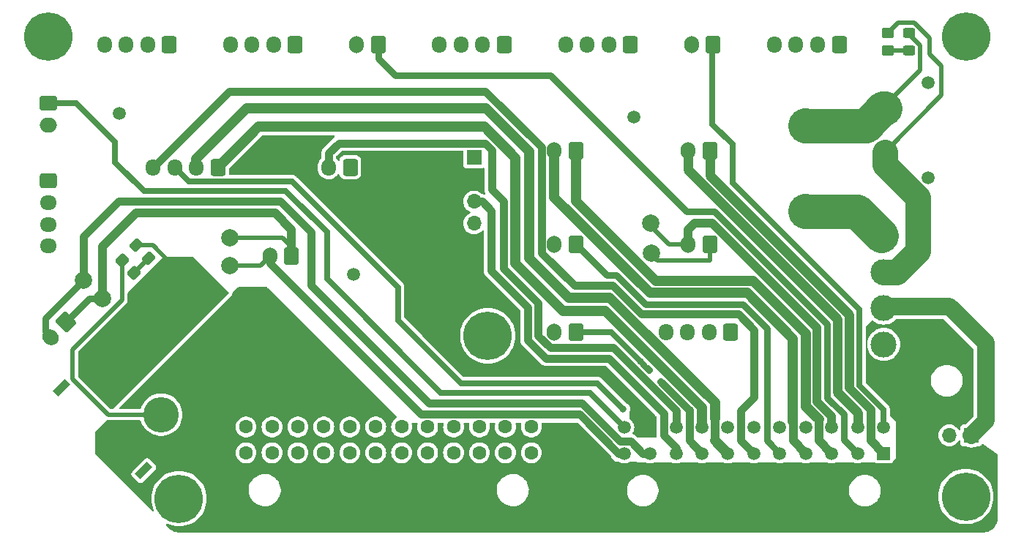
<source format=gbr>
%TF.GenerationSoftware,KiCad,Pcbnew,7.0.11*%
%TF.CreationDate,2024-08-18T05:37:00+00:00*%
%TF.ProjectId,LHS Breakbeat,4c485320-4272-4656-916b-626561742e6b,Vol 1*%
%TF.SameCoordinates,Original*%
%TF.FileFunction,Copper,L1,Top*%
%TF.FilePolarity,Positive*%
%FSLAX46Y46*%
G04 Gerber Fmt 4.6, Leading zero omitted, Abs format (unit mm)*
G04 Created by KiCad (PCBNEW 7.0.11) date 2024-08-18 05:37:00*
%MOMM*%
%LPD*%
G01*
G04 APERTURE LIST*
G04 Aperture macros list*
%AMRoundRect*
0 Rectangle with rounded corners*
0 $1 Rounding radius*
0 $2 $3 $4 $5 $6 $7 $8 $9 X,Y pos of 4 corners*
0 Add a 4 corners polygon primitive as box body*
4,1,4,$2,$3,$4,$5,$6,$7,$8,$9,$2,$3,0*
0 Add four circle primitives for the rounded corners*
1,1,$1+$1,$2,$3*
1,1,$1+$1,$4,$5*
1,1,$1+$1,$6,$7*
1,1,$1+$1,$8,$9*
0 Add four rect primitives between the rounded corners*
20,1,$1+$1,$2,$3,$4,$5,0*
20,1,$1+$1,$4,$5,$6,$7,0*
20,1,$1+$1,$6,$7,$8,$9,0*
20,1,$1+$1,$8,$9,$2,$3,0*%
%AMHorizOval*
0 Thick line with rounded ends*
0 $1 width*
0 $2 $3 position (X,Y) of the first rounded end (center of the circle)*
0 $4 $5 position (X,Y) of the second rounded end (center of the circle)*
0 Add line between two ends*
20,1,$1,$2,$3,$4,$5,0*
0 Add two circle primitives to create the rounded ends*
1,1,$1,$2,$3*
1,1,$1,$4,$5*%
%AMRotRect*
0 Rectangle, with rotation*
0 The origin of the aperture is its center*
0 $1 length*
0 $2 width*
0 $3 Rotation angle, in degrees counterclockwise*
0 Add horizontal line*
21,1,$1,$2,0,0,$3*%
G04 Aperture macros list end*
%TA.AperFunction,ComponentPad*%
%ADD10RoundRect,0.250000X0.600000X0.725000X-0.600000X0.725000X-0.600000X-0.725000X0.600000X-0.725000X0*%
%TD*%
%TA.AperFunction,ComponentPad*%
%ADD11O,1.700000X1.950000*%
%TD*%
%TA.AperFunction,ComponentPad*%
%ADD12R,1.700000X1.700000*%
%TD*%
%TA.AperFunction,ComponentPad*%
%ADD13O,1.700000X1.700000*%
%TD*%
%TA.AperFunction,SMDPad,CuDef*%
%ADD14RoundRect,0.250000X0.548008X0.088388X0.088388X0.548008X-0.548008X-0.088388X-0.088388X-0.548008X0*%
%TD*%
%TA.AperFunction,SMDPad,CuDef*%
%ADD15C,2.000000*%
%TD*%
%TA.AperFunction,ComponentPad*%
%ADD16RoundRect,0.250000X-0.750000X0.600000X-0.750000X-0.600000X0.750000X-0.600000X0.750000X0.600000X0*%
%TD*%
%TA.AperFunction,ComponentPad*%
%ADD17O,2.000000X1.700000*%
%TD*%
%TA.AperFunction,ComponentPad*%
%ADD18RoundRect,0.250000X0.600000X0.750000X-0.600000X0.750000X-0.600000X-0.750000X0.600000X-0.750000X0*%
%TD*%
%TA.AperFunction,ComponentPad*%
%ADD19O,1.700000X2.000000*%
%TD*%
%TA.AperFunction,SMDPad,CuDef*%
%ADD20C,1.500000*%
%TD*%
%TA.AperFunction,ComponentPad*%
%ADD21RoundRect,0.250000X-0.725000X0.600000X-0.725000X-0.600000X0.725000X-0.600000X0.725000X0.600000X0*%
%TD*%
%TA.AperFunction,ComponentPad*%
%ADD22O,1.950000X1.700000*%
%TD*%
%TA.AperFunction,ComponentPad*%
%ADD23C,5.600000*%
%TD*%
%TA.AperFunction,ComponentPad*%
%ADD24RoundRect,0.250000X-0.106066X0.954594X-0.954594X0.106066X0.106066X-0.954594X0.954594X-0.106066X0*%
%TD*%
%TA.AperFunction,ComponentPad*%
%ADD25HorizOval,1.700000X-0.106066X0.106066X0.106066X-0.106066X0*%
%TD*%
%TA.AperFunction,SMDPad,CuDef*%
%ADD26RoundRect,0.250000X0.450000X-0.325000X0.450000X0.325000X-0.450000X0.325000X-0.450000X-0.325000X0*%
%TD*%
%TA.AperFunction,SMDPad,CuDef*%
%ADD27RoundRect,0.250000X0.450000X-0.350000X0.450000X0.350000X-0.450000X0.350000X-0.450000X-0.350000X0*%
%TD*%
%TA.AperFunction,SMDPad,CuDef*%
%ADD28RoundRect,0.200000X-0.353553X0.070711X0.070711X-0.353553X0.353553X-0.070711X-0.070711X0.353553X0*%
%TD*%
%TA.AperFunction,ComponentPad*%
%ADD29C,1.605000*%
%TD*%
%TA.AperFunction,ComponentPad*%
%ADD30C,2.780000*%
%TD*%
%TA.AperFunction,ComponentPad*%
%ADD31RoundRect,0.300000X1.100000X-1.100000X1.100000X1.100000X-1.100000X1.100000X-1.100000X-1.100000X0*%
%TD*%
%TA.AperFunction,ComponentPad*%
%ADD32C,3.000000*%
%TD*%
%TA.AperFunction,ComponentPad*%
%ADD33R,1.520000X1.520000*%
%TD*%
%TA.AperFunction,ComponentPad*%
%ADD34C,1.520000*%
%TD*%
%TA.AperFunction,ComponentPad*%
%ADD35RotRect,0.900000X2.000000X135.000000*%
%TD*%
%TA.AperFunction,ComponentPad*%
%ADD36RoundRect,1.025000X1.449569X0.000000X0.000000X1.449569X-1.449569X0.000000X0.000000X-1.449569X0*%
%TD*%
%TA.AperFunction,ComponentPad*%
%ADD37C,4.100000*%
%TD*%
%TA.AperFunction,ComponentPad*%
%ADD38C,2.550000*%
%TD*%
%TA.AperFunction,ComponentPad*%
%ADD39C,1.500000*%
%TD*%
%TA.AperFunction,SMDPad,CuDef*%
%ADD40RoundRect,0.250000X0.565685X0.070711X0.070711X0.565685X-0.565685X-0.070711X-0.070711X-0.565685X0*%
%TD*%
%TA.AperFunction,ViaPad*%
%ADD41C,0.800000*%
%TD*%
%TA.AperFunction,Conductor*%
%ADD42C,0.700000*%
%TD*%
%TA.AperFunction,Conductor*%
%ADD43C,0.900000*%
%TD*%
%TA.AperFunction,Conductor*%
%ADD44C,0.500000*%
%TD*%
%TA.AperFunction,Conductor*%
%ADD45C,1.000000*%
%TD*%
%TA.AperFunction,Conductor*%
%ADD46C,2.000000*%
%TD*%
%TA.AperFunction,Conductor*%
%ADD47C,0.250000*%
%TD*%
%TA.AperFunction,Conductor*%
%ADD48C,4.000000*%
%TD*%
%TA.AperFunction,Conductor*%
%ADD49C,0.800000*%
%TD*%
%TA.AperFunction,Conductor*%
%ADD50C,1.200000*%
%TD*%
%TA.AperFunction,Conductor*%
%ADD51C,1.050000*%
%TD*%
%TA.AperFunction,Conductor*%
%ADD52C,1.100000*%
%TD*%
%TA.AperFunction,Conductor*%
%ADD53C,3.000000*%
%TD*%
G04 APERTURE END LIST*
D10*
%TO.P,J14,1,Pin_1*%
%TO.N,PWM_FAN_A*%
X110600000Y-84900000D03*
D11*
%TO.P,J14,2,Pin_2*%
%TO.N,V_Fan_A*%
X108100000Y-84900000D03*
%TO.P,J14,3,Pin_3*%
%TO.N,F_Sens*%
X105600000Y-84900000D03*
%TO.P,J14,4,Pin_4*%
%TO.N,PWM*%
X103100000Y-84900000D03*
%TD*%
D12*
%TO.P,J27,1*%
%TO.N,GND*%
X140200000Y-83780000D03*
D13*
%TO.P,J27,2*%
%TO.N,+5V*%
X140200000Y-86320000D03*
%TO.P,J27,3*%
%TO.N,OP1*%
X140200000Y-88860000D03*
%TO.P,J27,4*%
%TO.N,GND*%
X140200000Y-91400000D03*
%TO.P,J27,5*%
%TO.N,+5V*%
X140200000Y-93940000D03*
%TD*%
D14*
%TO.P,D2,1,K*%
%TO.N,Net-(D2-K)*%
X102600000Y-95400000D03*
%TO.P,D2,2,A*%
%TO.N,/Fused HB*%
X101150432Y-93950432D03*
%TD*%
D15*
%TO.P,TP2,1,1*%
%TO.N,/AGND*%
X160767280Y-94799860D03*
%TD*%
D16*
%TO.P,J13,1,Pin_1*%
%TO.N,Y_Stop*%
X91000000Y-77500000D03*
D17*
%TO.P,J13,2,Pin_2*%
%TO.N,GND*%
X91000000Y-80000000D03*
%TD*%
D18*
%TO.P,J9,1,Pin_1*%
%TO.N,/AGND*%
X119100000Y-95200000D03*
D19*
%TO.P,J9,2,Pin_2*%
%TO.N,TA*%
X116600000Y-95200000D03*
%TD*%
D10*
%TO.P,J22,1,Pin_1*%
%TO.N,/Y1-A2*%
X104950000Y-70725000D03*
D11*
%TO.P,J22,2,Pin_2*%
%TO.N,/Y1-A1*%
X102450000Y-70725000D03*
%TO.P,J22,3,Pin_3*%
%TO.N,/Y1-B1*%
X99950000Y-70725000D03*
%TO.P,J22,4,Pin_4*%
%TO.N,/Y1-B2*%
X97450000Y-70725000D03*
%TD*%
D20*
%TO.P,FID1,*%
%TO.N,*%
X99200000Y-78700000D03*
%TD*%
D18*
%TO.P,J16,1,Pin_1*%
%TO.N,V_Fan_H*%
X167500000Y-83000000D03*
D19*
%TO.P,J16,2,Pin_2*%
%TO.N,PWM_FAN_H*%
X165000000Y-83000000D03*
%TD*%
D10*
%TO.P,J21,1,Pin_1*%
%TO.N,/Z1-A2*%
X119533333Y-70725000D03*
D11*
%TO.P,J21,2,Pin_2*%
%TO.N,/Z1-A1*%
X117033333Y-70725000D03*
%TO.P,J21,3,Pin_3*%
%TO.N,/Z1-B1*%
X114533333Y-70725000D03*
%TO.P,J21,4,Pin_4*%
%TO.N,/Z1-B2*%
X112033333Y-70725000D03*
%TD*%
D15*
%TO.P,TP5,1,1*%
%TO.N,TB*%
X95000000Y-98000000D03*
%TD*%
D18*
%TO.P,J8,1,Pin_1*%
%TO.N,/AGND*%
X167500000Y-93800000D03*
D19*
%TO.P,J8,2,Pin_2*%
%TO.N,TH*%
X165000000Y-93800000D03*
%TD*%
D15*
%TO.P,TP4,1,1*%
%TO.N,/AGND*%
X112000000Y-93100000D03*
%TD*%
%TO.P,TP1,1,1*%
%TO.N,TH*%
X160672803Y-91408128D03*
%TD*%
D10*
%TO.P,J20,1,Pin_1*%
%TO.N,/Z-A2*%
X143699999Y-70725000D03*
D11*
%TO.P,J20,2,Pin_2*%
%TO.N,/Z-A1*%
X141199999Y-70725000D03*
%TO.P,J20,3,Pin_3*%
%TO.N,/Z-B1*%
X138699999Y-70725000D03*
%TO.P,J20,4,Pin_4*%
%TO.N,/Z-B2*%
X136199999Y-70725000D03*
%TD*%
D12*
%TO.P,JP1,1,Pin_1*%
%TO.N,GND*%
X197725000Y-115925000D03*
D13*
%TO.P,JP1,2,Pin_2*%
%TO.N,/AGND*%
X195185000Y-115925000D03*
%TD*%
D10*
%TO.P,J24,1,Pin_1*%
%TO.N,/E-A2*%
X169900000Y-104000000D03*
D11*
%TO.P,J24,2,Pin_2*%
%TO.N,/E-A1*%
X167400000Y-104000000D03*
%TO.P,J24,3,Pin_3*%
%TO.N,/E-B1*%
X164900000Y-104000000D03*
%TO.P,J24,4,Pin_4*%
%TO.N,/E-B2*%
X162400000Y-104000000D03*
%TD*%
D21*
%TO.P,J23,1,Pin_1*%
%TO.N,/Y-A2*%
X91000000Y-86500000D03*
D22*
%TO.P,J23,2,Pin_2*%
%TO.N,/Y-A1*%
X91000000Y-89000000D03*
%TO.P,J23,3,Pin_3*%
%TO.N,/Y-B1*%
X91000000Y-91500000D03*
%TO.P,J23,4,Pin_4*%
%TO.N,/Y-B2*%
X91000000Y-94000000D03*
%TD*%
D10*
%TO.P,J10,1,Pin_1*%
%TO.N,GND*%
X125900000Y-84900000D03*
D11*
%TO.P,J10,2,Pin_2*%
%TO.N,RGB*%
X123400000Y-84900000D03*
%TO.P,J10,3,Pin_3*%
%TO.N,+5V*%
X120900000Y-84900000D03*
%TD*%
D18*
%TO.P,J15,1,Pin_1*%
%TO.N,V_Fan_P*%
X152000000Y-83000000D03*
D19*
%TO.P,J15,2,Pin_2*%
%TO.N,PWM_FAN_P*%
X149500000Y-83000000D03*
%TD*%
D20*
%TO.P,FID3,*%
%TO.N,*%
X126275000Y-97275000D03*
%TD*%
D23*
%TO.P,H2,1*%
%TO.N,N/C*%
X197100000Y-123000000D03*
%TD*%
%TO.P,H3,1*%
%TO.N,N/C*%
X141800000Y-104400000D03*
%TD*%
D20*
%TO.P,FID2,*%
%TO.N,*%
X158700000Y-79100000D03*
%TD*%
D10*
%TO.P,J19,1,Pin_1*%
%TO.N,/X1-A2*%
X158283332Y-70725000D03*
D11*
%TO.P,J19,2,Pin_2*%
%TO.N,/X1-A1*%
X155783332Y-70725000D03*
%TO.P,J19,3,Pin_3*%
%TO.N,/X1-B1*%
X153283332Y-70725000D03*
%TO.P,J19,4,Pin_4*%
%TO.N,/X1-B2*%
X150783332Y-70725000D03*
%TD*%
D24*
%TO.P,J7,1,Pin_1*%
%TO.N,/AGND*%
X93000000Y-102800000D03*
D25*
%TO.P,J7,2,Pin_2*%
%TO.N,TB*%
X91232233Y-104567767D03*
%TD*%
D26*
%TO.P,D1,1,K*%
%TO.N,Net-(D1-K)*%
X190500000Y-71400000D03*
%TO.P,D1,2,A*%
%TO.N,/Fused HE*%
X190500000Y-69350000D03*
%TD*%
D10*
%TO.P,J17,1,Pin_1*%
%TO.N,/X-A2*%
X182450000Y-70725000D03*
D11*
%TO.P,J17,2,Pin_2*%
%TO.N,/X-A1*%
X179950000Y-70725000D03*
%TO.P,J17,3,Pin_3*%
%TO.N,/X-B1*%
X177450000Y-70725000D03*
%TO.P,J17,4,Pin_4*%
%TO.N,/X-B2*%
X174950000Y-70725000D03*
%TD*%
D27*
%TO.P,R1,1*%
%TO.N,Net-(D1-K)*%
X188100000Y-71375000D03*
%TO.P,R1,2*%
%TO.N,/PWM_HE{slash}CAN_Gnd*%
X188100000Y-69375000D03*
%TD*%
D23*
%TO.P,H5,1*%
%TO.N,N/C*%
X91000000Y-69800000D03*
%TD*%
D28*
%TO.P,D3,1,K*%
%TO.N,F_Sens*%
X160362527Y-108273038D03*
%TO.P,D3,2,A*%
%TO.N,Net-(D3-A)*%
X161918161Y-109828672D03*
%TD*%
D29*
%TO.P,J1,1,Pin_1*%
%TO.N,/X-A1*%
X146840000Y-117940000D03*
%TO.P,J1,2,Pin_2*%
%TO.N,/X-B2*%
X143840000Y-117940000D03*
%TO.P,J1,3,Pin_3*%
%TO.N,/X1-A1*%
X140840000Y-117940000D03*
%TO.P,J1,4,Pin_4*%
%TO.N,/X1-B2*%
X137840000Y-117940000D03*
%TO.P,J1,5,Pin_5*%
%TO.N,/Z-A1*%
X134840000Y-117940000D03*
%TO.P,J1,6,Pin_6*%
%TO.N,/Z-B2*%
X131840000Y-117940000D03*
%TO.P,J1,7,Pin_7*%
%TO.N,/Z1-A1*%
X128840000Y-117940000D03*
%TO.P,J1,8,Pin_8*%
%TO.N,/Z1-B2*%
X125840000Y-117940000D03*
%TO.P,J1,9,Pin_9*%
%TO.N,/Y1-A1*%
X122840000Y-117940000D03*
%TO.P,J1,10,Pin_10*%
%TO.N,/Y1-B2*%
X119840000Y-117940000D03*
%TO.P,J1,11,Pin_11*%
%TO.N,/Y-A1*%
X116840000Y-117940000D03*
%TO.P,J1,12,Pin_12*%
%TO.N,/Y-B2*%
X113840000Y-117940000D03*
%TO.P,J1,13,Pin_13*%
%TO.N,/X-A2*%
X146840000Y-114940000D03*
%TO.P,J1,14,Pin_14*%
%TO.N,/X-B1*%
X143840000Y-114940000D03*
%TO.P,J1,15,Pin_15*%
%TO.N,/X1-A2*%
X140840000Y-114940000D03*
%TO.P,J1,16,Pin_16*%
%TO.N,/X1-B1*%
X137840000Y-114940000D03*
%TO.P,J1,17,Pin_17*%
%TO.N,/Z-A2*%
X134840000Y-114940000D03*
%TO.P,J1,18,Pin_18*%
%TO.N,/Z-B1*%
X131840000Y-114940000D03*
%TO.P,J1,19,Pin_19*%
%TO.N,/Z1-A2*%
X128840000Y-114940000D03*
%TO.P,J1,20,Pin_20*%
%TO.N,/Z1-B1*%
X125840000Y-114940000D03*
%TO.P,J1,21,Pin_21*%
%TO.N,/Y1-A2*%
X122840000Y-114940000D03*
%TO.P,J1,22,Pin_22*%
%TO.N,/Y1-B1*%
X119840000Y-114940000D03*
%TO.P,J1,23,Pin_23*%
%TO.N,/Y-A2*%
X116840000Y-114940000D03*
%TO.P,J1,24,Pin_24*%
%TO.N,/Y-B1*%
X113840000Y-114940000D03*
%TD*%
D23*
%TO.P,H4,1*%
%TO.N,N/C*%
X197100000Y-69800000D03*
%TD*%
D30*
%TO.P,F1,1*%
%TO.N,/HE+{slash}CAN_V*%
X178500000Y-89960000D03*
X181900000Y-89960000D03*
%TO.P,F1,2*%
%TO.N,/Fused HE*%
X178500000Y-80040000D03*
X181900000Y-80040000D03*
%TD*%
D23*
%TO.P,H1,1*%
%TO.N,N/C*%
X106075000Y-123250000D03*
%TD*%
D31*
%TO.P,J3,1,Pin_1*%
%TO.N,/HE+{slash}CAN_V*%
X187600000Y-92800000D03*
D32*
%TO.P,J3,2,Pin_2*%
%TO.N,/PWM_HE{slash}CAN_Gnd*%
X187600000Y-97000000D03*
%TO.P,J3,3,Pin_3*%
%TO.N,GND*%
X187600000Y-101200000D03*
%TO.P,J3,4,Pin_4*%
%TO.N,/PWM_HB*%
X187600000Y-105400000D03*
%TO.P,J3,5,Pin_5*%
%TO.N,/HB+*%
X187600000Y-109600000D03*
%TD*%
D18*
%TO.P,J11,1,Pin_1*%
%TO.N,F_Sens*%
X152000000Y-104000000D03*
D19*
%TO.P,J11,2,Pin_2*%
%TO.N,GND*%
X149500000Y-104000000D03*
%TD*%
D30*
%TO.P,F2,1*%
%TO.N,/Fused HB*%
X104794832Y-99990669D03*
X102390669Y-102394832D03*
%TO.P,F2,2*%
%TO.N,/HB+*%
X111809331Y-107005168D03*
X109405168Y-109409331D03*
%TD*%
D18*
%TO.P,J12,1,Pin_1*%
%TO.N,X_Stop*%
X167866665Y-70725000D03*
D19*
%TO.P,J12,2,Pin_2*%
%TO.N,GND*%
X165366665Y-70725000D03*
%TD*%
D18*
%TO.P,J25,1,Pin_1*%
%TO.N,Q_Stop*%
X152000000Y-93800000D03*
D19*
%TO.P,J25,2,Pin_2*%
%TO.N,GND*%
X149500000Y-93800000D03*
%TD*%
D15*
%TO.P,TP6,1,1*%
%TO.N,/AGND*%
X97200000Y-100100000D03*
%TD*%
D18*
%TO.P,J26,1,Pin_1*%
%TO.N,Z_Stop*%
X129116666Y-70725000D03*
D19*
%TO.P,J26,2,Pin_2*%
%TO.N,GND*%
X126616666Y-70725000D03*
%TD*%
D33*
%TO.P,J2,1,Pin_1*%
%TO.N,V_Fan_H*%
X187578250Y-118000000D03*
D34*
%TO.P,J2,2,Pin_2*%
%TO.N,Z_Stop*%
X184578250Y-118000000D03*
%TO.P,J2,3,Pin_3*%
%TO.N,V_Fan_P*%
X181578250Y-118000000D03*
%TO.P,J2,4,Pin_4*%
%TO.N,PWM_FAN_P*%
X178578250Y-118000000D03*
%TO.P,J2,5,Pin_5*%
%TO.N,Q_Stop*%
X175578250Y-118000000D03*
%TO.P,J2,6,Pin_6*%
%TO.N,PWM*%
X172578250Y-118000000D03*
%TO.P,J2,7,Pin_7*%
%TO.N,V_Fan_A*%
X169578250Y-118000000D03*
%TO.P,J2,8,Pin_8*%
%TO.N,Net-(D3-A)*%
X166578250Y-118000000D03*
%TO.P,J2,9,Pin_9*%
%TO.N,OP1*%
X163578250Y-118000000D03*
%TO.P,J2,10,Pin_10*%
%TO.N,TB*%
X160578250Y-118000000D03*
%TO.P,J2,11,Pin_11*%
%TO.N,TA*%
X157578250Y-118000000D03*
%TO.P,J2,12,Pin_12*%
%TO.N,X_Stop*%
X187578250Y-115000000D03*
%TO.P,J2,13,Pin_13*%
%TO.N,PWM_FAN_H*%
X184578250Y-115000000D03*
%TO.P,J2,14,Pin_14*%
%TO.N,TH*%
X181578250Y-115000000D03*
%TO.P,J2,15,Pin_15*%
%TO.N,/E-A2*%
X178578250Y-115000000D03*
%TO.P,J2,16,Pin_16*%
%TO.N,/E-A1*%
X175578250Y-115000000D03*
%TO.P,J2,17,Pin_17*%
%TO.N,/E-B1*%
X172578250Y-115000000D03*
%TO.P,J2,18,Pin_18*%
%TO.N,/E-B2*%
X169578250Y-115000000D03*
%TO.P,J2,19,Pin_19*%
%TO.N,PWM_FAN_A*%
X166578250Y-115000000D03*
%TO.P,J2,20,Pin_20*%
%TO.N,RGB*%
X163578250Y-115000000D03*
%TO.P,J2,21,Pin_21*%
%TO.N,+5V*%
X160578250Y-115000000D03*
%TO.P,J2,22,Pin_22*%
%TO.N,Y_Stop*%
X157578250Y-115000000D03*
%TD*%
D35*
%TO.P,J5,*%
%TO.N,*%
X102000000Y-120000000D03*
X92454059Y-110454058D03*
D36*
%TO.P,J5,1,Pin_1*%
%TO.N,/Fused HB*%
X98924086Y-108438804D03*
D37*
%TO.P,J5,2,Pin_2*%
%TO.N,/PWM_HB*%
X104015255Y-113529973D03*
%TD*%
D15*
%TO.P,TP3,1,1*%
%TO.N,TA*%
X112000000Y-96300000D03*
%TD*%
D38*
%TO.P,J4,1,Pin_1*%
%TO.N,/Fused HE*%
X187746545Y-78117214D03*
%TO.P,J4,2,Pin_2*%
%TO.N,/PWM_HE{slash}CAN_Gnd*%
X187746545Y-83117214D03*
D39*
%TO.P,J4,3*%
%TO.N,N/C*%
X192746545Y-75117214D03*
%TO.P,J4,4*%
X192746545Y-86117214D03*
%TD*%
D40*
%TO.P,R2,1*%
%TO.N,Net-(D2-K)*%
X100907107Y-97100000D03*
%TO.P,R2,2*%
%TO.N,/PWM_HB*%
X99492893Y-95685786D03*
%TD*%
D41*
%TO.N,F_Sens*%
X157450000Y-112900000D03*
X159429609Y-107354609D03*
%TD*%
D42*
%TO.N,F_Sens*%
X154472292Y-109900000D02*
X157450000Y-112877708D01*
X131400000Y-98800000D02*
X131400000Y-102600000D01*
X119125000Y-86525000D02*
X131400000Y-98800000D01*
X131400000Y-102600000D02*
X138700000Y-109900000D01*
X107225000Y-86525000D02*
X119125000Y-86525000D01*
X105600000Y-84900000D02*
X107225000Y-86525000D01*
X138700000Y-109900000D02*
X154472292Y-109900000D01*
D43*
%TO.N,OP1*%
X142200000Y-89900000D02*
X141160000Y-88860000D01*
X142200000Y-96900000D02*
X142200000Y-89900000D01*
X146400000Y-101100000D02*
X142200000Y-96900000D01*
X148500000Y-107000000D02*
X146400000Y-104900000D01*
X141160000Y-88860000D02*
X140200000Y-88860000D01*
X146400000Y-104900000D02*
X146400000Y-101100000D01*
X155800000Y-107000000D02*
X148500000Y-107000000D01*
X162168250Y-113368250D02*
X155800000Y-107000000D01*
X163578250Y-117368250D02*
X162168250Y-115958250D01*
X163578250Y-118000000D02*
X163578250Y-117368250D01*
X162168250Y-115958250D02*
X162168250Y-113368250D01*
D42*
%TO.N,X_Stop*%
X170100000Y-86700000D02*
X170100000Y-82200000D01*
X170100000Y-82200000D02*
X167800000Y-79900000D01*
X167800000Y-70791665D02*
X167866665Y-70725000D01*
X184750000Y-110126598D02*
X184750000Y-101350000D01*
X184750000Y-101350000D02*
X170100000Y-86700000D01*
X187578250Y-112954848D02*
X184750000Y-110126598D01*
X187578250Y-115000000D02*
X187578250Y-112954848D01*
X167800000Y-79900000D02*
X167800000Y-70791665D01*
D43*
%TO.N,TB*%
X95000000Y-92900000D02*
X95000000Y-98000000D01*
X99100000Y-88800000D02*
X95000000Y-92900000D01*
X117800000Y-88800000D02*
X99100000Y-88800000D01*
X135000000Y-112200000D02*
X121400000Y-98600000D01*
X152700000Y-112200000D02*
X135000000Y-112200000D01*
X121400000Y-92400000D02*
X117800000Y-88800000D01*
X158334366Y-116590000D02*
X157090000Y-116590000D01*
X157090000Y-116590000D02*
X152700000Y-112200000D01*
X159744366Y-118000000D02*
X158334366Y-116590000D01*
X160578250Y-118000000D02*
X159744366Y-118000000D01*
X121400000Y-98600000D02*
X121400000Y-92400000D01*
D42*
%TO.N,Y_Stop*%
X153578250Y-111000000D02*
X157578250Y-115000000D01*
X136375000Y-111000000D02*
X153578250Y-111000000D01*
X123200000Y-97825000D02*
X136375000Y-111000000D01*
X102025000Y-87625000D02*
X118425000Y-87625000D01*
X98700000Y-84300000D02*
X102025000Y-87625000D01*
X98700000Y-82000000D02*
X98700000Y-84300000D01*
X123200000Y-92400000D02*
X123200000Y-97825000D01*
X94200000Y-77500000D02*
X98700000Y-82000000D01*
X118425000Y-87625000D02*
X123200000Y-92400000D01*
X91000000Y-77500000D02*
X94200000Y-77500000D01*
D43*
%TO.N,RGB*%
X163578250Y-113066260D02*
X163578250Y-115000000D01*
X156311990Y-105800000D02*
X163578250Y-113066260D01*
X149028680Y-105800000D02*
X156311990Y-105800000D01*
X147600000Y-104371320D02*
X149028680Y-105800000D01*
X147600000Y-100600000D02*
X147600000Y-104371320D01*
X143600000Y-96600000D02*
X147600000Y-100600000D01*
X142300000Y-87500000D02*
X143600000Y-88800000D01*
X123400000Y-83275000D02*
X124575000Y-82100000D01*
X141520000Y-82100000D02*
X142300000Y-82880000D01*
X142300000Y-82880000D02*
X142300000Y-87500000D01*
X143600000Y-88800000D02*
X143600000Y-96600000D01*
X123400000Y-84900000D02*
X123400000Y-83275000D01*
X124575000Y-82100000D02*
X141520000Y-82100000D01*
D44*
%TO.N,/PWM_HB*%
X97907882Y-113529973D02*
X104015255Y-113529973D01*
X93750000Y-105975000D02*
X93750000Y-109372091D01*
X99492893Y-100232107D02*
X93750000Y-105975000D01*
X93750000Y-109372091D02*
X97907882Y-113529973D01*
X99492893Y-95685786D02*
X99492893Y-100232107D01*
D45*
%TO.N,V_Fan_H*%
X186118250Y-116540000D02*
X186118250Y-113016600D01*
X186118250Y-113016600D02*
X186099836Y-112998186D01*
X187578250Y-118000000D02*
X186118250Y-116540000D01*
D46*
%TO.N,GND*%
X199400000Y-114250000D02*
X197725000Y-115925000D01*
X199400000Y-105200000D02*
X199400000Y-114250000D01*
X187800000Y-101000000D02*
X195200000Y-101000000D01*
X195200000Y-101000000D02*
X199400000Y-105200000D01*
X187600000Y-101200000D02*
X187800000Y-101000000D01*
D47*
%TO.N,Net-(D1-K)*%
X190475000Y-71375000D02*
X190500000Y-71400000D01*
D44*
X188100000Y-71375000D02*
X190475000Y-71375000D01*
%TO.N,Net-(D2-K)*%
X102600000Y-95407107D02*
X100907107Y-97100000D01*
X102600000Y-95400000D02*
X102600000Y-95407107D01*
D48*
%TO.N,/Fused HE*%
X185551169Y-80080000D02*
X187513955Y-78117214D01*
D44*
X187746545Y-77753455D02*
X187746545Y-78117214D01*
X190500000Y-69350000D02*
X190500000Y-69489950D01*
D48*
X187513955Y-78117214D02*
X187746545Y-78117214D01*
X178500000Y-80040000D02*
X178540000Y-80080000D01*
D44*
X190500000Y-69489950D02*
X191800000Y-70789950D01*
D48*
X178540000Y-80080000D02*
X185551169Y-80080000D01*
D44*
X191800000Y-70789950D02*
X191800000Y-73700000D01*
X191800000Y-73700000D02*
X187746545Y-77753455D01*
%TO.N,/Fused HB*%
X104794832Y-95694832D02*
X104794832Y-99990669D01*
X103050432Y-93950432D02*
X104794832Y-95694832D01*
X101150432Y-93950432D02*
X103050432Y-93950432D01*
D45*
%TO.N,/AGND*%
X119100000Y-92100000D02*
X119100000Y-95200000D01*
D44*
X167500000Y-93800000D02*
X167500000Y-95700000D01*
X112000000Y-93100000D02*
X118100000Y-93100000D01*
D45*
X97200000Y-94100000D02*
X101100000Y-90200000D01*
X119100000Y-94100000D02*
X119100000Y-95200000D01*
D44*
X161400000Y-95700000D02*
X160600000Y-94900000D01*
D45*
X97200000Y-100100000D02*
X97200000Y-94100000D01*
X101100000Y-90200000D02*
X117200000Y-90200000D01*
D44*
X167500000Y-95700000D02*
X161400000Y-95700000D01*
D49*
X95700000Y-100100000D02*
X93000000Y-102800000D01*
D44*
X118100000Y-93100000D02*
X119100000Y-94100000D01*
D45*
X117200000Y-90200000D02*
X119100000Y-92100000D01*
D49*
X97200000Y-100100000D02*
X95700000Y-100100000D01*
%TO.N,Q_Stop*%
X160044112Y-100750000D02*
X156644112Y-97350000D01*
X155550000Y-97350000D02*
X152000000Y-93800000D01*
X156644112Y-97350000D02*
X155550000Y-97350000D01*
X174118250Y-116540000D02*
X174118250Y-103591904D01*
X171276346Y-100750000D02*
X160044112Y-100750000D01*
X174118250Y-103591904D02*
X171276346Y-100750000D01*
X175578250Y-118000000D02*
X174118250Y-116540000D01*
%TO.N,Z_Stop*%
X181050000Y-111566926D02*
X182988250Y-113505176D01*
X129116666Y-70725000D02*
X129116666Y-72316666D01*
X168026346Y-90000000D02*
X181050000Y-103023654D01*
X129116666Y-72316666D02*
X131075000Y-74275000D01*
X131075000Y-74275000D02*
X149075000Y-74275000D01*
X181050000Y-103023654D02*
X181050000Y-111566926D01*
X164800000Y-90000000D02*
X168026346Y-90000000D01*
X149075000Y-74275000D02*
X164800000Y-90000000D01*
X182988250Y-116410000D02*
X184578250Y-118000000D01*
X182988250Y-113505176D02*
X182988250Y-116410000D01*
D43*
%TO.N,PWM*%
X159567766Y-101900000D02*
X170800000Y-101900000D01*
X103100000Y-84900000D02*
X111900000Y-76100000D01*
X172600000Y-111536500D02*
X171168250Y-112968250D01*
X170800000Y-101900000D02*
X172600000Y-103700000D01*
X148000000Y-94800000D02*
X151800000Y-98600000D01*
X171100000Y-116521750D02*
X172578250Y-118000000D01*
X171100000Y-113036500D02*
X171100000Y-116521750D01*
X141500000Y-76100000D02*
X148000000Y-82600000D01*
X151800000Y-98600000D02*
X156267766Y-98600000D01*
X148000000Y-82600000D02*
X148000000Y-94800000D01*
X111900000Y-76100000D02*
X141500000Y-76100000D01*
X172600000Y-103700000D02*
X172600000Y-111536500D01*
X156267766Y-98600000D02*
X159567766Y-101900000D01*
D49*
%TO.N,TB*%
X90600000Y-103935534D02*
X91232233Y-104567767D01*
X95000000Y-98000000D02*
X90600000Y-102400000D01*
X90600000Y-102400000D02*
X90600000Y-103935534D01*
D44*
%TO.N,TH*%
X165000000Y-93800000D02*
X162800000Y-93800000D01*
D45*
X165700000Y-91400000D02*
X167800000Y-91400000D01*
X179900000Y-103500000D02*
X179900000Y-112043272D01*
X165000000Y-92100000D02*
X165700000Y-91400000D01*
X181578250Y-113721522D02*
X181578250Y-115000000D01*
D44*
X162800000Y-93800000D02*
X160500000Y-91500000D01*
D45*
X179900000Y-112043272D02*
X181578250Y-113721522D01*
X165000000Y-93800000D02*
X165000000Y-92100000D01*
X167800000Y-91400000D02*
X179900000Y-103500000D01*
D43*
%TO.N,TA*%
X134087500Y-113487500D02*
X116600000Y-96000000D01*
X152431866Y-113487500D02*
X156944366Y-118000000D01*
X156944366Y-118000000D02*
X157578250Y-118000000D01*
D44*
X115500000Y-96300000D02*
X116600000Y-95200000D01*
D43*
X116600000Y-96000000D02*
X116600000Y-95200000D01*
X134087500Y-113487500D02*
X152431866Y-113487500D01*
D44*
X112000000Y-96300000D02*
X115500000Y-96300000D01*
D42*
%TO.N,F_Sens*%
X159429609Y-107354609D02*
X159429609Y-107361985D01*
X156100000Y-104000000D02*
X152000000Y-104000000D01*
X156100000Y-104000000D02*
X159429609Y-107329609D01*
X159429609Y-107361985D02*
X160346312Y-108278688D01*
X159429609Y-107329609D02*
X159429609Y-107354609D01*
D50*
%TO.N,V_Fan_A*%
X141600000Y-78100000D02*
X146600000Y-83100000D01*
X168075159Y-112152495D02*
X159072664Y-103150000D01*
X151200000Y-100000000D02*
X155900000Y-100000000D01*
X108100000Y-83900000D02*
X108100000Y-84900000D01*
D51*
X168070000Y-116521750D02*
X168077000Y-113100000D01*
D50*
X146600000Y-95400000D02*
X151200000Y-100000000D01*
X168075159Y-114000000D02*
X168075159Y-112152495D01*
X108100000Y-83900000D02*
X113900000Y-78100000D01*
X159050000Y-103150000D02*
X155900000Y-100000000D01*
X169578250Y-118000000D02*
X168100000Y-116521750D01*
X159072664Y-103150000D02*
X159050000Y-103150000D01*
X113900000Y-78100000D02*
X141600000Y-78100000D01*
X146600000Y-83100000D02*
X146600000Y-95400000D01*
%TO.N,PWM_FAN_A*%
X145000000Y-83800000D02*
X145000000Y-96000000D01*
X110600000Y-84900000D02*
X115300000Y-80200000D01*
X115300000Y-80200000D02*
X141400000Y-80200000D01*
X141400000Y-80200000D02*
X145000000Y-83800000D01*
X155400000Y-101500000D02*
X166578250Y-112678250D01*
X145000000Y-96000000D02*
X150500000Y-101500000D01*
X150500000Y-101500000D02*
X155400000Y-101500000D01*
X166578250Y-112678250D02*
X166578250Y-115000000D01*
%TO.N,V_Fan_P*%
X152000000Y-88845585D02*
X161204415Y-98050000D01*
X152000000Y-83000000D02*
X152000000Y-88845585D01*
X172472361Y-98050000D02*
X178600000Y-104177639D01*
X178600000Y-104177639D02*
X178600000Y-112581750D01*
D45*
X181578250Y-118000000D02*
X180118250Y-116540000D01*
D50*
X178600000Y-112581750D02*
X180118250Y-114100000D01*
D45*
X180118250Y-116540000D02*
X180118250Y-114100000D01*
D50*
X161204415Y-98050000D02*
X172472361Y-98050000D01*
%TO.N,PWM_FAN_P*%
X149500000Y-83000000D02*
X149500000Y-88367410D01*
X160582590Y-99450000D02*
X171814824Y-99450000D01*
D45*
X177118250Y-114318250D02*
X177100000Y-114300000D01*
X178578250Y-118000000D02*
X177118250Y-116540000D01*
D50*
X149500000Y-88367410D02*
X160582590Y-99450000D01*
X177100000Y-104735176D02*
X177100000Y-114300000D01*
X171814824Y-99450000D02*
X177100000Y-104735176D01*
D45*
X177118250Y-116540000D02*
X177118250Y-114318250D01*
D52*
%TO.N,V_Fan_H*%
X167500000Y-85867766D02*
X183550000Y-101917766D01*
D45*
X183550000Y-110411522D02*
X186118250Y-112979772D01*
D52*
X183550000Y-101917766D02*
X183550000Y-110411522D01*
X167500000Y-83000000D02*
X167500000Y-85867766D01*
%TO.N,PWM_FAN_H*%
X184578250Y-113278250D02*
X182250000Y-110950000D01*
X182250000Y-102456244D02*
X165000000Y-85206244D01*
X182250000Y-110950000D02*
X182250000Y-102456244D01*
X184578250Y-115000000D02*
X184578250Y-113278250D01*
X165000000Y-85206244D02*
X165000000Y-83000000D01*
D43*
%TO.N,Net-(D3-A)*%
X165067625Y-113000000D02*
X161901946Y-109834322D01*
X166578250Y-118000000D02*
X165100000Y-116521750D01*
X165100000Y-113000000D02*
X165067625Y-113000000D01*
X165100000Y-116521750D02*
X165100000Y-113000000D01*
D48*
%TO.N,/HE+{slash}CAN_V*%
X178540000Y-90000000D02*
X178500000Y-89960000D01*
X187357253Y-92800000D02*
X184557253Y-90000000D01*
X184557253Y-90000000D02*
X178540000Y-90000000D01*
D44*
%TO.N,/PWM_HE{slash}CAN_Gnd*%
X191114949Y-68200000D02*
X192875000Y-69960051D01*
D53*
X191557253Y-94563026D02*
X191557253Y-88392746D01*
X189120279Y-97000000D02*
X191557253Y-94563026D01*
X191557253Y-88392746D02*
X187746545Y-84582038D01*
D44*
X194300000Y-73200000D02*
X194300000Y-76563759D01*
X189275000Y-68200000D02*
X191114949Y-68200000D01*
X188100000Y-69375000D02*
X189275000Y-68200000D01*
D53*
X187746545Y-84582038D02*
X187746545Y-83117214D01*
D44*
X192875000Y-71775000D02*
X194300000Y-73200000D01*
X194300000Y-76563759D02*
X187746545Y-83117214D01*
D53*
X187600000Y-97000000D02*
X189120279Y-97000000D01*
D44*
X192875000Y-69960051D02*
X192875000Y-71775000D01*
%TD*%
%TA.AperFunction,Conductor*%
%TO.N,/HB+*%
G36*
X116300364Y-98777088D02*
G01*
X116312177Y-98787177D01*
X131263759Y-113738759D01*
X131291536Y-113793276D01*
X131281965Y-113853708D01*
X131245872Y-113892934D01*
X131111929Y-113975869D01*
X131111927Y-113975870D01*
X131111925Y-113975872D01*
X130947163Y-114126072D01*
X130947161Y-114126074D01*
X130812808Y-114303987D01*
X130812803Y-114303996D01*
X130713431Y-114503561D01*
X130713430Y-114503564D01*
X130652417Y-114718002D01*
X130631846Y-114940000D01*
X130652417Y-115161998D01*
X130713430Y-115376436D01*
X130812807Y-115576011D01*
X130947163Y-115753928D01*
X131111925Y-115904128D01*
X131301479Y-116021495D01*
X131509373Y-116102033D01*
X131728526Y-116143000D01*
X131951474Y-116143000D01*
X132170627Y-116102033D01*
X132378521Y-116021495D01*
X132568075Y-115904128D01*
X132732837Y-115753928D01*
X132867193Y-115576011D01*
X132966570Y-115376436D01*
X133027583Y-115161998D01*
X133048154Y-114940000D01*
X133027583Y-114718002D01*
X132995789Y-114606258D01*
X132998050Y-114545118D01*
X133035818Y-114496981D01*
X133091018Y-114480170D01*
X133588986Y-114480229D01*
X133647172Y-114499143D01*
X133683130Y-114548648D01*
X133684193Y-114606321D01*
X133652417Y-114718000D01*
X133646130Y-114785845D01*
X133631846Y-114940000D01*
X133652417Y-115161998D01*
X133713430Y-115376436D01*
X133812807Y-115576011D01*
X133947163Y-115753928D01*
X134111925Y-115904128D01*
X134301479Y-116021495D01*
X134509373Y-116102033D01*
X134728526Y-116143000D01*
X134951474Y-116143000D01*
X135170627Y-116102033D01*
X135378521Y-116021495D01*
X135568075Y-115904128D01*
X135732837Y-115753928D01*
X135867193Y-115576011D01*
X135966570Y-115376436D01*
X136027583Y-115161998D01*
X136048154Y-114940000D01*
X136027583Y-114718002D01*
X135995892Y-114606620D01*
X135998153Y-114545478D01*
X136035922Y-114497341D01*
X136091122Y-114480529D01*
X136588886Y-114480589D01*
X136647070Y-114499502D01*
X136683028Y-114549006D01*
X136684090Y-114606679D01*
X136683903Y-114607341D01*
X136652417Y-114718000D01*
X136646130Y-114785845D01*
X136631846Y-114940000D01*
X136652417Y-115161998D01*
X136713430Y-115376436D01*
X136812807Y-115576011D01*
X136947163Y-115753928D01*
X137111925Y-115904128D01*
X137301479Y-116021495D01*
X137509373Y-116102033D01*
X137728526Y-116143000D01*
X137951474Y-116143000D01*
X138170627Y-116102033D01*
X138378521Y-116021495D01*
X138568075Y-115904128D01*
X138732837Y-115753928D01*
X138867193Y-115576011D01*
X138966570Y-115376436D01*
X139027583Y-115161998D01*
X139048154Y-114940000D01*
X139027583Y-114718002D01*
X138995994Y-114606978D01*
X138998255Y-114545838D01*
X139036023Y-114497701D01*
X139091225Y-114480889D01*
X139588782Y-114480949D01*
X139646967Y-114499862D01*
X139682925Y-114549366D01*
X139683988Y-114607040D01*
X139652417Y-114718000D01*
X139646130Y-114785845D01*
X139631846Y-114940000D01*
X139652417Y-115161998D01*
X139713430Y-115376436D01*
X139812807Y-115576011D01*
X139947163Y-115753928D01*
X140111925Y-115904128D01*
X140301479Y-116021495D01*
X140509373Y-116102033D01*
X140728526Y-116143000D01*
X140951474Y-116143000D01*
X141170627Y-116102033D01*
X141378521Y-116021495D01*
X141568075Y-115904128D01*
X141732837Y-115753928D01*
X141867193Y-115576011D01*
X141966570Y-115376436D01*
X142027583Y-115161998D01*
X142048154Y-114940000D01*
X142027583Y-114718002D01*
X141996096Y-114607337D01*
X141998357Y-114546197D01*
X142036125Y-114498060D01*
X142091324Y-114481249D01*
X142588679Y-114481308D01*
X142646865Y-114500222D01*
X142682823Y-114549727D01*
X142683886Y-114607400D01*
X142652417Y-114718000D01*
X142646130Y-114785845D01*
X142631846Y-114940000D01*
X142652417Y-115161998D01*
X142713430Y-115376436D01*
X142812807Y-115576011D01*
X142947163Y-115753928D01*
X143111925Y-115904128D01*
X143301479Y-116021495D01*
X143509373Y-116102033D01*
X143728526Y-116143000D01*
X143951474Y-116143000D01*
X144170627Y-116102033D01*
X144378521Y-116021495D01*
X144568075Y-115904128D01*
X144732837Y-115753928D01*
X144867193Y-115576011D01*
X144966570Y-115376436D01*
X145027583Y-115161998D01*
X145048154Y-114940000D01*
X145027583Y-114718002D01*
X144996199Y-114607699D01*
X144998460Y-114546557D01*
X145036229Y-114498420D01*
X145091429Y-114481608D01*
X145588579Y-114481668D01*
X145646763Y-114500581D01*
X145682721Y-114550085D01*
X145683784Y-114607759D01*
X145652417Y-114718000D01*
X145646130Y-114785845D01*
X145631846Y-114940000D01*
X145652417Y-115161998D01*
X145713430Y-115376436D01*
X145812807Y-115576011D01*
X145947163Y-115753928D01*
X146111925Y-115904128D01*
X146301479Y-116021495D01*
X146509373Y-116102033D01*
X146728526Y-116143000D01*
X146951474Y-116143000D01*
X147170627Y-116102033D01*
X147378521Y-116021495D01*
X147568075Y-115904128D01*
X147732837Y-115753928D01*
X147867193Y-115576011D01*
X147966570Y-115376436D01*
X148027583Y-115161998D01*
X148048154Y-114940000D01*
X148027583Y-114718002D01*
X147996301Y-114608057D01*
X147998562Y-114546917D01*
X148036330Y-114498780D01*
X148091532Y-114481968D01*
X152183040Y-114482459D01*
X152241228Y-114501373D01*
X152253032Y-114511455D01*
X154191383Y-116449806D01*
X156018851Y-118277273D01*
X156046628Y-118331790D01*
X156047844Y-118348038D01*
X156047759Y-118359114D01*
X156046863Y-118475733D01*
X156588861Y-119005582D01*
X156971284Y-119006432D01*
X157023177Y-119021260D01*
X157044821Y-119034661D01*
X157058754Y-119043288D01*
X157259303Y-119120981D01*
X157470714Y-119160500D01*
X157685786Y-119160500D01*
X157897197Y-119120981D01*
X158097746Y-119043288D01*
X158128975Y-119023951D01*
X158181301Y-119009125D01*
X159982104Y-119013132D01*
X160033998Y-119027960D01*
X160044821Y-119034661D01*
X160058754Y-119043288D01*
X160259303Y-119120981D01*
X160470714Y-119160500D01*
X160685786Y-119160500D01*
X160897197Y-119120981D01*
X161097746Y-119043288D01*
X161118228Y-119030605D01*
X161170560Y-119015777D01*
X162992926Y-119019832D01*
X163044820Y-119034660D01*
X163058754Y-119043288D01*
X163259303Y-119120981D01*
X163470714Y-119160500D01*
X163685786Y-119160500D01*
X163897197Y-119120981D01*
X164097746Y-119043288D01*
X164107483Y-119037258D01*
X164159816Y-119022428D01*
X166003746Y-119026531D01*
X166055640Y-119041360D01*
X166058754Y-119043288D01*
X166259303Y-119120981D01*
X166470714Y-119160500D01*
X166685786Y-119160500D01*
X166897197Y-119120981D01*
X167097746Y-119043288D01*
X167097750Y-119043285D01*
X167101842Y-119041248D01*
X167102376Y-119042320D01*
X167149074Y-119029080D01*
X169015500Y-119033233D01*
X169054195Y-119042383D01*
X169054486Y-119041634D01*
X169058751Y-119043286D01*
X169058754Y-119043288D01*
X169259303Y-119120981D01*
X169470714Y-119160500D01*
X169685786Y-119160500D01*
X169897197Y-119120981D01*
X170097746Y-119043288D01*
X170097750Y-119043285D01*
X170100007Y-119042411D01*
X170135984Y-119035726D01*
X172031846Y-119039945D01*
X172067375Y-119046627D01*
X172259303Y-119120981D01*
X172470714Y-119160500D01*
X172685786Y-119160500D01*
X172897197Y-119120981D01*
X173082880Y-119049047D01*
X173118850Y-119042364D01*
X175049174Y-119046659D01*
X175084710Y-119053343D01*
X175259303Y-119120981D01*
X175470714Y-119160500D01*
X175685786Y-119160500D01*
X175897197Y-119120981D01*
X176065745Y-119055684D01*
X176101718Y-119049001D01*
X178066505Y-119053373D01*
X178102040Y-119060057D01*
X178259303Y-119120981D01*
X178470714Y-119160500D01*
X178685786Y-119160500D01*
X178897197Y-119120981D01*
X179048614Y-119062321D01*
X179084582Y-119055639D01*
X181083837Y-119060088D01*
X181119371Y-119066771D01*
X181259303Y-119120981D01*
X181470714Y-119160500D01*
X181685786Y-119160500D01*
X181897197Y-119120981D01*
X182031478Y-119068960D01*
X182067452Y-119062276D01*
X184101164Y-119066802D01*
X184136705Y-119073487D01*
X184259300Y-119120980D01*
X184259303Y-119120981D01*
X184470714Y-119160500D01*
X184685786Y-119160500D01*
X184897197Y-119120981D01*
X185014345Y-119075597D01*
X185050314Y-119068914D01*
X186526145Y-119072198D01*
X186571675Y-119087047D01*
X186572967Y-119084513D01*
X186579907Y-119088049D01*
X186579908Y-119088050D01*
X186692946Y-119145646D01*
X186786731Y-119160500D01*
X188369768Y-119160499D01*
X188369771Y-119160499D01*
X188369772Y-119160498D01*
X188416661Y-119153072D01*
X188463549Y-119145647D01*
X188463554Y-119145646D01*
X188468747Y-119143000D01*
X188576592Y-119088050D01*
X188576593Y-119088048D01*
X188577366Y-119087655D01*
X188579791Y-119087083D01*
X188579572Y-119086625D01*
X188599999Y-119076813D01*
X188599999Y-119076812D01*
X188600000Y-119076813D01*
X188644357Y-119021165D01*
X188651747Y-119012894D01*
X188666300Y-118998342D01*
X188668396Y-118994227D01*
X188679184Y-118977473D01*
X189000000Y-118575000D01*
X189000000Y-114300000D01*
X188999999Y-114299998D01*
X188361384Y-113723067D01*
X188330879Y-113670029D01*
X188328750Y-113649606D01*
X188328750Y-113016732D01*
X188329795Y-113002385D01*
X188333539Y-112976825D01*
X188329127Y-112926392D01*
X188328750Y-112917763D01*
X188328750Y-112911146D01*
X188328750Y-112911139D01*
X188325106Y-112879970D01*
X188324817Y-112877134D01*
X188318250Y-112802055D01*
X188318249Y-112802051D01*
X188317955Y-112801164D01*
X188313599Y-112781520D01*
X188313491Y-112780593D01*
X188287696Y-112709720D01*
X188286781Y-112707088D01*
X188263064Y-112635514D01*
X188262577Y-112634724D01*
X188253804Y-112616602D01*
X188253487Y-112615731D01*
X188212068Y-112552757D01*
X188210520Y-112550327D01*
X188170964Y-112486196D01*
X188170963Y-112486195D01*
X188170962Y-112486193D01*
X188170295Y-112485526D01*
X188157585Y-112469920D01*
X188157080Y-112469152D01*
X188157079Y-112469151D01*
X188102275Y-112417446D01*
X188100209Y-112415440D01*
X185529496Y-109844726D01*
X185501719Y-109790209D01*
X185500500Y-109774722D01*
X185500500Y-109737180D01*
X193069500Y-109737180D01*
X193110389Y-110008461D01*
X193110391Y-110008471D01*
X193191257Y-110270634D01*
X193310291Y-110517808D01*
X193310295Y-110517816D01*
X193464844Y-110744498D01*
X193464847Y-110744501D01*
X193464849Y-110744504D01*
X193651449Y-110945612D01*
X193651455Y-110945618D01*
X193819306Y-111079473D01*
X193865951Y-111116671D01*
X193865955Y-111116673D01*
X193865956Y-111116674D01*
X194103536Y-111253841D01*
X194103540Y-111253843D01*
X194103549Y-111253848D01*
X194242311Y-111308308D01*
X194347265Y-111349500D01*
X194358938Y-111354081D01*
X194626413Y-111415130D01*
X194694777Y-111420253D01*
X194831499Y-111430500D01*
X194831507Y-111430500D01*
X194968501Y-111430500D01*
X195094704Y-111421041D01*
X195173587Y-111415130D01*
X195441062Y-111354081D01*
X195696451Y-111253848D01*
X195934049Y-111116671D01*
X196027063Y-111042494D01*
X196148544Y-110945618D01*
X196148550Y-110945612D01*
X196335150Y-110744504D01*
X196335156Y-110744498D01*
X196489705Y-110517817D01*
X196608743Y-110270632D01*
X196689610Y-110008467D01*
X196730500Y-109737177D01*
X196730500Y-109462823D01*
X196689610Y-109191533D01*
X196608743Y-108929368D01*
X196489705Y-108682184D01*
X196335156Y-108455502D01*
X196335150Y-108455495D01*
X196148550Y-108254387D01*
X196148544Y-108254381D01*
X195934057Y-108083335D01*
X195934043Y-108083325D01*
X195696463Y-107946158D01*
X195696454Y-107946153D01*
X195696451Y-107946152D01*
X195696447Y-107946150D01*
X195696444Y-107946149D01*
X195441064Y-107845919D01*
X195173591Y-107784871D01*
X195173582Y-107784869D01*
X194968501Y-107769500D01*
X194968493Y-107769500D01*
X194831507Y-107769500D01*
X194831499Y-107769500D01*
X194626417Y-107784869D01*
X194626408Y-107784871D01*
X194358935Y-107845919D01*
X194103555Y-107946149D01*
X194103536Y-107946158D01*
X193865956Y-108083325D01*
X193865942Y-108083335D01*
X193651455Y-108254381D01*
X193651449Y-108254387D01*
X193464849Y-108455495D01*
X193464844Y-108455501D01*
X193464844Y-108455502D01*
X193310295Y-108682183D01*
X193310295Y-108682184D01*
X193310291Y-108682190D01*
X193191257Y-108929365D01*
X193110391Y-109191528D01*
X193110389Y-109191538D01*
X193069500Y-109462819D01*
X193069500Y-109737180D01*
X185500500Y-109737180D01*
X185500500Y-105457436D01*
X185519407Y-105399245D01*
X185520064Y-105398767D01*
X185519641Y-105398411D01*
X185678446Y-105398411D01*
X185679593Y-105399245D01*
X185698248Y-105450374D01*
X185714038Y-105671154D01*
X185714038Y-105671157D01*
X185714039Y-105671160D01*
X185740072Y-105790833D01*
X185771826Y-105936805D01*
X185866828Y-106191514D01*
X185866832Y-106191522D01*
X185997106Y-106430102D01*
X185997109Y-106430106D01*
X185997113Y-106430113D01*
X186160029Y-106647742D01*
X186352258Y-106839971D01*
X186569887Y-107002887D01*
X186569894Y-107002891D01*
X186569897Y-107002893D01*
X186808477Y-107133167D01*
X186808485Y-107133171D01*
X186808487Y-107133172D01*
X187063199Y-107228175D01*
X187328840Y-107285961D01*
X187600000Y-107305355D01*
X187871160Y-107285961D01*
X188136801Y-107228175D01*
X188391513Y-107133172D01*
X188630113Y-107002887D01*
X188847742Y-106839971D01*
X189039971Y-106647742D01*
X189202887Y-106430113D01*
X189333172Y-106191513D01*
X189428175Y-105936801D01*
X189485961Y-105671160D01*
X189505355Y-105400000D01*
X189485961Y-105128840D01*
X189428175Y-104863199D01*
X189333172Y-104608487D01*
X189333167Y-104608477D01*
X189202893Y-104369897D01*
X189202891Y-104369894D01*
X189202887Y-104369887D01*
X189039971Y-104152258D01*
X188847742Y-103960029D01*
X188630113Y-103797113D01*
X188630106Y-103797109D01*
X188630102Y-103797106D01*
X188391522Y-103666832D01*
X188391514Y-103666828D01*
X188136805Y-103571826D01*
X188136801Y-103571825D01*
X187871160Y-103514039D01*
X187871157Y-103514038D01*
X187871154Y-103514038D01*
X187600000Y-103494645D01*
X187328845Y-103514038D01*
X187063194Y-103571826D01*
X186808485Y-103666828D01*
X186808477Y-103666832D01*
X186569897Y-103797106D01*
X186569889Y-103797111D01*
X186569887Y-103797113D01*
X186550113Y-103811916D01*
X186352260Y-103960027D01*
X186160027Y-104152260D01*
X186130079Y-104192266D01*
X186012609Y-104349188D01*
X185997106Y-104369897D01*
X185866832Y-104608477D01*
X185866828Y-104608485D01*
X185771826Y-104863194D01*
X185771825Y-104863199D01*
X185717420Y-105113300D01*
X185714038Y-105128845D01*
X185698248Y-105349626D01*
X185678446Y-105398411D01*
X185519641Y-105398411D01*
X185515460Y-105394892D01*
X185500500Y-105342563D01*
X185500500Y-103415507D01*
X185519407Y-103357316D01*
X185529490Y-103345509D01*
X186224560Y-102650439D01*
X186279073Y-102622665D01*
X186339505Y-102632236D01*
X186353888Y-102641192D01*
X186445546Y-102709806D01*
X186569887Y-102802887D01*
X186569889Y-102802888D01*
X186569893Y-102802891D01*
X186808477Y-102933167D01*
X186808485Y-102933171D01*
X186808487Y-102933172D01*
X187063199Y-103028175D01*
X187328840Y-103085961D01*
X187600000Y-103105355D01*
X187871160Y-103085961D01*
X188136801Y-103028175D01*
X188391513Y-102933172D01*
X188630113Y-102802887D01*
X188847742Y-102639971D01*
X188953774Y-102533939D01*
X189008718Y-102478996D01*
X189063234Y-102451219D01*
X189078721Y-102450000D01*
X194318633Y-102450000D01*
X194376824Y-102468907D01*
X194387040Y-102477434D01*
X197968906Y-105901165D01*
X197997907Y-105955040D01*
X197999500Y-105972730D01*
X197999500Y-113628885D01*
X197980593Y-113687076D01*
X197970504Y-113698889D01*
X197023888Y-114645504D01*
X196969371Y-114673281D01*
X196953885Y-114674500D01*
X196843479Y-114674500D01*
X196843476Y-114674501D01*
X196749700Y-114689352D01*
X196749695Y-114689354D01*
X196636659Y-114746949D01*
X196546949Y-114836659D01*
X196489354Y-114949695D01*
X196474500Y-115043478D01*
X196474500Y-115261903D01*
X196460880Y-115312015D01*
X196454918Y-115322173D01*
X196409157Y-115362788D01*
X196348263Y-115368748D01*
X196295495Y-115337777D01*
X196279812Y-115313897D01*
X196278934Y-115312015D01*
X196272102Y-115297362D01*
X196188292Y-115177668D01*
X196146601Y-115118127D01*
X196146600Y-115118126D01*
X196146598Y-115118123D01*
X195991877Y-114963402D01*
X195991873Y-114963399D01*
X195991872Y-114963398D01*
X195818514Y-114842012D01*
X195812639Y-114837898D01*
X195614330Y-114745425D01*
X195402977Y-114688793D01*
X195402976Y-114688792D01*
X195402969Y-114688791D01*
X195185003Y-114669723D01*
X195184997Y-114669723D01*
X194967030Y-114688791D01*
X194755666Y-114745426D01*
X194557372Y-114837892D01*
X194557364Y-114837896D01*
X194378127Y-114963398D01*
X194223398Y-115118127D01*
X194097896Y-115297364D01*
X194097892Y-115297372D01*
X194005426Y-115495666D01*
X193948791Y-115707030D01*
X193929723Y-115924996D01*
X193929723Y-115925003D01*
X193948791Y-116142969D01*
X193948792Y-116142976D01*
X193948793Y-116142977D01*
X194005425Y-116354330D01*
X194097898Y-116552639D01*
X194138533Y-116610671D01*
X194220866Y-116728256D01*
X194223402Y-116731877D01*
X194378123Y-116886598D01*
X194378126Y-116886600D01*
X194378127Y-116886601D01*
X194397690Y-116900299D01*
X194557361Y-117012102D01*
X194755670Y-117104575D01*
X194967023Y-117161207D01*
X194967027Y-117161207D01*
X194967030Y-117161208D01*
X195184997Y-117180277D01*
X195185000Y-117180277D01*
X195185003Y-117180277D01*
X195402969Y-117161208D01*
X195402970Y-117161207D01*
X195402977Y-117161207D01*
X195614330Y-117104575D01*
X195812639Y-117012102D01*
X195991877Y-116886598D01*
X196146598Y-116731877D01*
X196272102Y-116552639D01*
X196281859Y-116531714D01*
X196323584Y-116486966D01*
X196383644Y-116475288D01*
X196439098Y-116501144D01*
X196459014Y-116527108D01*
X196462930Y-116534480D01*
X196474500Y-116580923D01*
X196474500Y-116806520D01*
X196474501Y-116806523D01*
X196489352Y-116900299D01*
X196489354Y-116900304D01*
X196546950Y-117013342D01*
X196636658Y-117103050D01*
X196749696Y-117160646D01*
X196843481Y-117175500D01*
X197066915Y-117175499D01*
X197105768Y-117183441D01*
X197284986Y-117259914D01*
X197516917Y-117315076D01*
X197516921Y-117315076D01*
X197516925Y-117315077D01*
X197677739Y-117325330D01*
X197754834Y-117330247D01*
X197991893Y-117304992D01*
X198221273Y-117240038D01*
X198336090Y-117185172D01*
X198378774Y-117175499D01*
X198606521Y-117175499D01*
X198606522Y-117175498D01*
X198653411Y-117168072D01*
X198700299Y-117160647D01*
X198700299Y-117160646D01*
X198700304Y-117160646D01*
X198813342Y-117103050D01*
X198903050Y-117013342D01*
X198922086Y-116975980D01*
X198965350Y-116932717D01*
X199025782Y-116923146D01*
X199067288Y-116939978D01*
X200757495Y-118130022D01*
X200794190Y-118178980D01*
X200799500Y-118210968D01*
X200799500Y-125396759D01*
X200799288Y-125403234D01*
X200784529Y-125628405D01*
X200782839Y-125641244D01*
X200739449Y-125859382D01*
X200736097Y-125871891D01*
X200664604Y-126082500D01*
X200659648Y-126094463D01*
X200561284Y-126293926D01*
X200554809Y-126305142D01*
X200431242Y-126490072D01*
X200423359Y-126500345D01*
X200276717Y-126667560D01*
X200267560Y-126676717D01*
X200100345Y-126823359D01*
X200090072Y-126831242D01*
X199905142Y-126954809D01*
X199893926Y-126961284D01*
X199694463Y-127059648D01*
X199682500Y-127064604D01*
X199471891Y-127136097D01*
X199459382Y-127139449D01*
X199241244Y-127182839D01*
X199228405Y-127184529D01*
X199003234Y-127199288D01*
X198996759Y-127199500D01*
X106279835Y-127199500D01*
X106279827Y-127199499D01*
X106231661Y-127199499D01*
X106225188Y-127199287D01*
X106000017Y-127184532D01*
X105987177Y-127182842D01*
X105769036Y-127139453D01*
X105756528Y-127136101D01*
X105545928Y-127064615D01*
X105533964Y-127059660D01*
X105334489Y-126961294D01*
X105323273Y-126954819D01*
X105282820Y-126927790D01*
X105138346Y-126831257D01*
X105128073Y-126823374D01*
X104958621Y-126674772D01*
X104953921Y-126670371D01*
X104927786Y-126644237D01*
X104587943Y-126304394D01*
X104560166Y-126249877D01*
X104569737Y-126189445D01*
X104613002Y-126146180D01*
X104673434Y-126136609D01*
X104695831Y-126142925D01*
X104847002Y-126205543D01*
X105016276Y-126275659D01*
X105361692Y-126375171D01*
X105361695Y-126375171D01*
X105361700Y-126375173D01*
X105716093Y-126435387D01*
X105716096Y-126435387D01*
X105716102Y-126435388D01*
X106074995Y-126455543D01*
X106075000Y-126455543D01*
X106075005Y-126455543D01*
X106433897Y-126435388D01*
X106433901Y-126435387D01*
X106433907Y-126435387D01*
X106788300Y-126375173D01*
X107133724Y-126275659D01*
X107465833Y-126138094D01*
X107489209Y-126125175D01*
X107614639Y-126055852D01*
X107780452Y-125964211D01*
X108073623Y-125756194D01*
X108341661Y-125516661D01*
X108581194Y-125248623D01*
X108789211Y-124955452D01*
X108963094Y-124640833D01*
X109100659Y-124308724D01*
X109200173Y-123963300D01*
X109260387Y-123608907D01*
X109263623Y-123551299D01*
X109280543Y-123250004D01*
X109280543Y-123249995D01*
X109260388Y-122891102D01*
X109260385Y-122891082D01*
X109200175Y-122536712D01*
X109200171Y-122536692D01*
X109140033Y-122327948D01*
X114140778Y-122327948D01*
X114170485Y-122597930D01*
X114239183Y-122860704D01*
X114239184Y-122860707D01*
X114280905Y-122958886D01*
X114345412Y-123110683D01*
X114417733Y-123229185D01*
X114486905Y-123342527D01*
X114486907Y-123342529D01*
X114486908Y-123342531D01*
X114588414Y-123464504D01*
X114660646Y-123551299D01*
X114841435Y-123713287D01*
X114862931Y-123732547D01*
X114862931Y-123732548D01*
X115020312Y-123836671D01*
X115089456Y-123882416D01*
X115335385Y-123997702D01*
X115335392Y-123997704D01*
X115595465Y-124075949D01*
X115595469Y-124075950D01*
X115595479Y-124075953D01*
X115763203Y-124100637D01*
X115864194Y-124115500D01*
X115864195Y-124115500D01*
X116067811Y-124115500D01*
X116270886Y-124100637D01*
X116535998Y-124041580D01*
X116789686Y-123944553D01*
X117026543Y-123811622D01*
X117241522Y-123645621D01*
X117430040Y-123450088D01*
X117588078Y-123229190D01*
X117712270Y-122987636D01*
X117799968Y-122730573D01*
X117849302Y-122463481D01*
X117854255Y-122327948D01*
X142840778Y-122327948D01*
X142870485Y-122597930D01*
X142939183Y-122860704D01*
X142939184Y-122860707D01*
X142980905Y-122958886D01*
X143045412Y-123110683D01*
X143117733Y-123229185D01*
X143186905Y-123342527D01*
X143186907Y-123342529D01*
X143186908Y-123342531D01*
X143288414Y-123464504D01*
X143360646Y-123551299D01*
X143541435Y-123713287D01*
X143562931Y-123732547D01*
X143562931Y-123732548D01*
X143720312Y-123836671D01*
X143789456Y-123882416D01*
X144035385Y-123997702D01*
X144035392Y-123997704D01*
X144295465Y-124075949D01*
X144295469Y-124075950D01*
X144295479Y-124075953D01*
X144463203Y-124100637D01*
X144564194Y-124115500D01*
X144564195Y-124115500D01*
X144767811Y-124115500D01*
X144970886Y-124100637D01*
X145235998Y-124041580D01*
X145489686Y-123944553D01*
X145726543Y-123811622D01*
X145941522Y-123645621D01*
X146130040Y-123450088D01*
X146288078Y-123229190D01*
X146412270Y-122987636D01*
X146499968Y-122730573D01*
X146549302Y-122463481D01*
X146549532Y-122457180D01*
X157907750Y-122457180D01*
X157948639Y-122728461D01*
X157948641Y-122728471D01*
X158029507Y-122990634D01*
X158144391Y-123229190D01*
X158148545Y-123237816D01*
X158303094Y-123464498D01*
X158303097Y-123464501D01*
X158303099Y-123464504D01*
X158489699Y-123665612D01*
X158489705Y-123665618D01*
X158704192Y-123836664D01*
X158704201Y-123836671D01*
X158704205Y-123836673D01*
X158704206Y-123836674D01*
X158941786Y-123973841D01*
X158941790Y-123973843D01*
X158941799Y-123973848D01*
X159112058Y-124040670D01*
X159158056Y-124058723D01*
X159197188Y-124074081D01*
X159464663Y-124135130D01*
X159533027Y-124140253D01*
X159669749Y-124150500D01*
X159669757Y-124150500D01*
X159806751Y-124150500D01*
X159932954Y-124141041D01*
X160011837Y-124135130D01*
X160279312Y-124074081D01*
X160534701Y-123973848D01*
X160772299Y-123836671D01*
X160902863Y-123732550D01*
X160986794Y-123665618D01*
X160986800Y-123665612D01*
X161039424Y-123608897D01*
X161173406Y-123464498D01*
X161327955Y-123237817D01*
X161446993Y-122990632D01*
X161527860Y-122728467D01*
X161568750Y-122457180D01*
X183587750Y-122457180D01*
X183628639Y-122728461D01*
X183628641Y-122728471D01*
X183709507Y-122990634D01*
X183824391Y-123229190D01*
X183828545Y-123237816D01*
X183983094Y-123464498D01*
X183983097Y-123464501D01*
X183983099Y-123464504D01*
X184169699Y-123665612D01*
X184169705Y-123665618D01*
X184384192Y-123836664D01*
X184384201Y-123836671D01*
X184384205Y-123836673D01*
X184384206Y-123836674D01*
X184621786Y-123973841D01*
X184621790Y-123973843D01*
X184621799Y-123973848D01*
X184792058Y-124040670D01*
X184838056Y-124058723D01*
X184877188Y-124074081D01*
X185144663Y-124135130D01*
X185213027Y-124140253D01*
X185349749Y-124150500D01*
X185349757Y-124150500D01*
X185486751Y-124150500D01*
X185612954Y-124141041D01*
X185691837Y-124135130D01*
X185959312Y-124074081D01*
X186214701Y-123973848D01*
X186452299Y-123836671D01*
X186582863Y-123732550D01*
X186666794Y-123665618D01*
X186666800Y-123665612D01*
X186719424Y-123608897D01*
X186853406Y-123464498D01*
X187007955Y-123237817D01*
X187122480Y-123000004D01*
X193894457Y-123000004D01*
X193914611Y-123358897D01*
X193914614Y-123358917D01*
X193974824Y-123713287D01*
X193974828Y-123713307D01*
X194074340Y-124058723D01*
X194211907Y-124390837D01*
X194377339Y-124690163D01*
X194385789Y-124705452D01*
X194593806Y-124998623D01*
X194833339Y-125266661D01*
X195101377Y-125506194D01*
X195101380Y-125506196D01*
X195101381Y-125506197D01*
X195116129Y-125516661D01*
X195394548Y-125714211D01*
X195394550Y-125714212D01*
X195709163Y-125888092D01*
X195709162Y-125888092D01*
X196041276Y-126025659D01*
X196386692Y-126125171D01*
X196386695Y-126125171D01*
X196386700Y-126125173D01*
X196741093Y-126185387D01*
X196741096Y-126185387D01*
X196741102Y-126185388D01*
X197099995Y-126205543D01*
X197100000Y-126205543D01*
X197100005Y-126205543D01*
X197458897Y-126185388D01*
X197458901Y-126185387D01*
X197458907Y-126185387D01*
X197813300Y-126125173D01*
X198158724Y-126025659D01*
X198490833Y-125888094D01*
X198805452Y-125714211D01*
X199098623Y-125506194D01*
X199366661Y-125266661D01*
X199606194Y-124998623D01*
X199814211Y-124705452D01*
X199988094Y-124390833D01*
X200125659Y-124058724D01*
X200225173Y-123713300D01*
X200285387Y-123358907D01*
X200291504Y-123250000D01*
X200305543Y-123000004D01*
X200305543Y-122999995D01*
X200285388Y-122641102D01*
X200285385Y-122641082D01*
X200225175Y-122286712D01*
X200225171Y-122286692D01*
X200125659Y-121941276D01*
X199988092Y-121609162D01*
X199814212Y-121294550D01*
X199811561Y-121290814D01*
X199606194Y-121001377D01*
X199366661Y-120733339D01*
X199098623Y-120493806D01*
X199098620Y-120493804D01*
X199098618Y-120493802D01*
X198805449Y-120285787D01*
X198490836Y-120111907D01*
X198490837Y-120111907D01*
X198158723Y-119974340D01*
X197813307Y-119874828D01*
X197813287Y-119874824D01*
X197458917Y-119814614D01*
X197458897Y-119814611D01*
X197100005Y-119794457D01*
X197099995Y-119794457D01*
X196741102Y-119814611D01*
X196741082Y-119814614D01*
X196386712Y-119874824D01*
X196386692Y-119874828D01*
X196041276Y-119974340D01*
X195709162Y-120111907D01*
X195394550Y-120285787D01*
X195101381Y-120493802D01*
X194833346Y-120733332D01*
X194833332Y-120733346D01*
X194593802Y-121001381D01*
X194385787Y-121294550D01*
X194211907Y-121609162D01*
X194074340Y-121941276D01*
X193974828Y-122286692D01*
X193974824Y-122286712D01*
X193914614Y-122641082D01*
X193914611Y-122641102D01*
X193894457Y-122999995D01*
X193894457Y-123000004D01*
X187122480Y-123000004D01*
X187126993Y-122990632D01*
X187207860Y-122728467D01*
X187248750Y-122457177D01*
X187248750Y-122182823D01*
X187207860Y-121911533D01*
X187126993Y-121649368D01*
X187007955Y-121402184D01*
X186853406Y-121175502D01*
X186853400Y-121175495D01*
X186666800Y-120974387D01*
X186666794Y-120974381D01*
X186452307Y-120803335D01*
X186452293Y-120803325D01*
X186214713Y-120666158D01*
X186214704Y-120666153D01*
X186214701Y-120666152D01*
X186214697Y-120666150D01*
X186214694Y-120666149D01*
X185959314Y-120565919D01*
X185691841Y-120504871D01*
X185691832Y-120504869D01*
X185486751Y-120489500D01*
X185486743Y-120489500D01*
X185349757Y-120489500D01*
X185349749Y-120489500D01*
X185144667Y-120504869D01*
X185144658Y-120504871D01*
X184877185Y-120565919D01*
X184621805Y-120666149D01*
X184621786Y-120666158D01*
X184384206Y-120803325D01*
X184384192Y-120803335D01*
X184169705Y-120974381D01*
X184169699Y-120974387D01*
X183983099Y-121175495D01*
X183983094Y-121175501D01*
X183983094Y-121175502D01*
X183828545Y-121402183D01*
X183828545Y-121402184D01*
X183828541Y-121402190D01*
X183709507Y-121649365D01*
X183628641Y-121911528D01*
X183628639Y-121911538D01*
X183587750Y-122182819D01*
X183587750Y-122457180D01*
X161568750Y-122457180D01*
X161568750Y-122457177D01*
X161568750Y-122182823D01*
X161527860Y-121911533D01*
X161446993Y-121649368D01*
X161327955Y-121402184D01*
X161173406Y-121175502D01*
X161173400Y-121175495D01*
X160986800Y-120974387D01*
X160986794Y-120974381D01*
X160772307Y-120803335D01*
X160772293Y-120803325D01*
X160534713Y-120666158D01*
X160534704Y-120666153D01*
X160534701Y-120666152D01*
X160534697Y-120666150D01*
X160534694Y-120666149D01*
X160279314Y-120565919D01*
X160011841Y-120504871D01*
X160011832Y-120504869D01*
X159806751Y-120489500D01*
X159806743Y-120489500D01*
X159669757Y-120489500D01*
X159669749Y-120489500D01*
X159464667Y-120504869D01*
X159464658Y-120504871D01*
X159197185Y-120565919D01*
X158941805Y-120666149D01*
X158941786Y-120666158D01*
X158704206Y-120803325D01*
X158704192Y-120803335D01*
X158489705Y-120974381D01*
X158489699Y-120974387D01*
X158303099Y-121175495D01*
X158303094Y-121175501D01*
X158303094Y-121175502D01*
X158148545Y-121402183D01*
X158148545Y-121402184D01*
X158148541Y-121402190D01*
X158029507Y-121649365D01*
X157948641Y-121911528D01*
X157948639Y-121911538D01*
X157907750Y-122182819D01*
X157907750Y-122457180D01*
X146549532Y-122457180D01*
X146559222Y-122192052D01*
X146529515Y-121922071D01*
X146460816Y-121659293D01*
X146354588Y-121409318D01*
X146350238Y-121402191D01*
X146306664Y-121330792D01*
X146213095Y-121177473D01*
X146123580Y-121069909D01*
X146039355Y-120968702D01*
X145934080Y-120874375D01*
X145837068Y-120787451D01*
X145610545Y-120637584D01*
X145477995Y-120575448D01*
X145364615Y-120522298D01*
X145364610Y-120522296D01*
X145364607Y-120522295D01*
X145104534Y-120444050D01*
X145104518Y-120444046D01*
X144835806Y-120404500D01*
X144835805Y-120404500D01*
X144632190Y-120404500D01*
X144632189Y-120404500D01*
X144429113Y-120419362D01*
X144164011Y-120478417D01*
X144164009Y-120478418D01*
X144164006Y-120478419D01*
X144164002Y-120478420D01*
X143955656Y-120558105D01*
X143910311Y-120575448D01*
X143673458Y-120708377D01*
X143673457Y-120708378D01*
X143458481Y-120874375D01*
X143269962Y-121069909D01*
X143111925Y-121290806D01*
X143111920Y-121290814D01*
X142987728Y-121532368D01*
X142987727Y-121532370D01*
X142900035Y-121789414D01*
X142900031Y-121789430D01*
X142850697Y-122056521D01*
X142840778Y-122327948D01*
X117854255Y-122327948D01*
X117859222Y-122192052D01*
X117829515Y-121922071D01*
X117760816Y-121659293D01*
X117654588Y-121409318D01*
X117650238Y-121402191D01*
X117606664Y-121330792D01*
X117513095Y-121177473D01*
X117423580Y-121069909D01*
X117339355Y-120968702D01*
X117234080Y-120874375D01*
X117137068Y-120787451D01*
X116910545Y-120637584D01*
X116777995Y-120575448D01*
X116664615Y-120522298D01*
X116664610Y-120522296D01*
X116664607Y-120522295D01*
X116404534Y-120444050D01*
X116404518Y-120444046D01*
X116135806Y-120404500D01*
X116135805Y-120404500D01*
X115932190Y-120404500D01*
X115932189Y-120404500D01*
X115729113Y-120419362D01*
X115464011Y-120478417D01*
X115464009Y-120478418D01*
X115464006Y-120478419D01*
X115464002Y-120478420D01*
X115255656Y-120558105D01*
X115210311Y-120575448D01*
X114973458Y-120708377D01*
X114973457Y-120708378D01*
X114758481Y-120874375D01*
X114569962Y-121069909D01*
X114411925Y-121290806D01*
X114411920Y-121290814D01*
X114287728Y-121532368D01*
X114287727Y-121532370D01*
X114200035Y-121789414D01*
X114200031Y-121789430D01*
X114150697Y-122056521D01*
X114140778Y-122327948D01*
X109140033Y-122327948D01*
X109100659Y-122191276D01*
X108963092Y-121859162D01*
X108789212Y-121544550D01*
X108780568Y-121532368D01*
X108581194Y-121251377D01*
X108341661Y-120983339D01*
X108073623Y-120743806D01*
X108073620Y-120743804D01*
X108073618Y-120743802D01*
X107780449Y-120535787D01*
X107465836Y-120361907D01*
X107465837Y-120361907D01*
X107133723Y-120224340D01*
X106788307Y-120124828D01*
X106788287Y-120124824D01*
X106433917Y-120064614D01*
X106433897Y-120064611D01*
X106075005Y-120044457D01*
X106074995Y-120044457D01*
X105716102Y-120064611D01*
X105716082Y-120064614D01*
X105361712Y-120124824D01*
X105361692Y-120124828D01*
X105016276Y-120224340D01*
X104684162Y-120361907D01*
X104369550Y-120535787D01*
X104076381Y-120743802D01*
X103808346Y-120983332D01*
X103808332Y-120983346D01*
X103568802Y-121251381D01*
X103360787Y-121544550D01*
X103186907Y-121859162D01*
X103049340Y-122191276D01*
X102949828Y-122536692D01*
X102949824Y-122536712D01*
X102889614Y-122891082D01*
X102889611Y-122891102D01*
X102869457Y-123249995D01*
X102869457Y-123250004D01*
X102889611Y-123608897D01*
X102889614Y-123608917D01*
X102949824Y-123963287D01*
X102949828Y-123963307D01*
X103049340Y-124308723D01*
X103182073Y-124629166D01*
X103186874Y-124690163D01*
X103154904Y-124742332D01*
X103098377Y-124765747D01*
X103038882Y-124751463D01*
X103020605Y-124737056D01*
X98735891Y-120452342D01*
X100574196Y-120452342D01*
X100613399Y-120572998D01*
X100669212Y-120649818D01*
X101350182Y-121330787D01*
X101350185Y-121330789D01*
X101350187Y-121330791D01*
X101427000Y-121386600D01*
X101427001Y-121386600D01*
X101427002Y-121386601D01*
X101547658Y-121425804D01*
X101547660Y-121425804D01*
X101674522Y-121425804D01*
X101674524Y-121425804D01*
X101795181Y-121386601D01*
X101872000Y-121330788D01*
X103330787Y-119872000D01*
X103386601Y-119795181D01*
X103425804Y-119674524D01*
X103425804Y-119547658D01*
X103386601Y-119427002D01*
X103330788Y-119350182D01*
X102649818Y-118669213D01*
X102649814Y-118669210D01*
X102649812Y-118669208D01*
X102572999Y-118613399D01*
X102532779Y-118600331D01*
X102452342Y-118574196D01*
X102325476Y-118574196D01*
X102316988Y-118576954D01*
X102204817Y-118613399D01*
X102128005Y-118669207D01*
X100669211Y-120128002D01*
X100613398Y-120204819D01*
X100587091Y-120285787D01*
X100574196Y-120325476D01*
X100574196Y-120452342D01*
X98735891Y-120452342D01*
X96390377Y-118106828D01*
X96362600Y-118052311D01*
X96361383Y-118036139D01*
X96362059Y-117940000D01*
X112631846Y-117940000D01*
X112652417Y-118161998D01*
X112713430Y-118376436D01*
X112812807Y-118576011D01*
X112947163Y-118753928D01*
X113111925Y-118904128D01*
X113301479Y-119021495D01*
X113509373Y-119102033D01*
X113728526Y-119143000D01*
X113951474Y-119143000D01*
X114170627Y-119102033D01*
X114378521Y-119021495D01*
X114568075Y-118904128D01*
X114732837Y-118753928D01*
X114867193Y-118576011D01*
X114966570Y-118376436D01*
X115027583Y-118161998D01*
X115048154Y-117940000D01*
X115631846Y-117940000D01*
X115652417Y-118161998D01*
X115713430Y-118376436D01*
X115812807Y-118576011D01*
X115947163Y-118753928D01*
X116111925Y-118904128D01*
X116301479Y-119021495D01*
X116509373Y-119102033D01*
X116728526Y-119143000D01*
X116951474Y-119143000D01*
X117170627Y-119102033D01*
X117378521Y-119021495D01*
X117568075Y-118904128D01*
X117732837Y-118753928D01*
X117867193Y-118576011D01*
X117966570Y-118376436D01*
X118027583Y-118161998D01*
X118048154Y-117940000D01*
X118631846Y-117940000D01*
X118652417Y-118161998D01*
X118713430Y-118376436D01*
X118812807Y-118576011D01*
X118947163Y-118753928D01*
X119111925Y-118904128D01*
X119301479Y-119021495D01*
X119509373Y-119102033D01*
X119728526Y-119143000D01*
X119951474Y-119143000D01*
X120170627Y-119102033D01*
X120378521Y-119021495D01*
X120568075Y-118904128D01*
X120732837Y-118753928D01*
X120867193Y-118576011D01*
X120966570Y-118376436D01*
X121027583Y-118161998D01*
X121048154Y-117940000D01*
X121631846Y-117940000D01*
X121652417Y-118161998D01*
X121713430Y-118376436D01*
X121812807Y-118576011D01*
X121947163Y-118753928D01*
X122111925Y-118904128D01*
X122301479Y-119021495D01*
X122509373Y-119102033D01*
X122728526Y-119143000D01*
X122951474Y-119143000D01*
X123170627Y-119102033D01*
X123378521Y-119021495D01*
X123568075Y-118904128D01*
X123732837Y-118753928D01*
X123867193Y-118576011D01*
X123966570Y-118376436D01*
X124027583Y-118161998D01*
X124048154Y-117940000D01*
X124631846Y-117940000D01*
X124652417Y-118161998D01*
X124713430Y-118376436D01*
X124812807Y-118576011D01*
X124947163Y-118753928D01*
X125111925Y-118904128D01*
X125301479Y-119021495D01*
X125509373Y-119102033D01*
X125728526Y-119143000D01*
X125951474Y-119143000D01*
X126170627Y-119102033D01*
X126378521Y-119021495D01*
X126568075Y-118904128D01*
X126732837Y-118753928D01*
X126867193Y-118576011D01*
X126966570Y-118376436D01*
X127027583Y-118161998D01*
X127048154Y-117940000D01*
X127631846Y-117940000D01*
X127652417Y-118161998D01*
X127713430Y-118376436D01*
X127812807Y-118576011D01*
X127947163Y-118753928D01*
X128111925Y-118904128D01*
X128301479Y-119021495D01*
X128509373Y-119102033D01*
X128728526Y-119143000D01*
X128951474Y-119143000D01*
X129170627Y-119102033D01*
X129378521Y-119021495D01*
X129568075Y-118904128D01*
X129732837Y-118753928D01*
X129867193Y-118576011D01*
X129966570Y-118376436D01*
X130027583Y-118161998D01*
X130048154Y-117940000D01*
X130631846Y-117940000D01*
X130652417Y-118161998D01*
X130713430Y-118376436D01*
X130812807Y-118576011D01*
X130947163Y-118753928D01*
X131111925Y-118904128D01*
X131301479Y-119021495D01*
X131509373Y-119102033D01*
X131728526Y-119143000D01*
X131951474Y-119143000D01*
X132170627Y-119102033D01*
X132378521Y-119021495D01*
X132568075Y-118904128D01*
X132732837Y-118753928D01*
X132867193Y-118576011D01*
X132966570Y-118376436D01*
X133027583Y-118161998D01*
X133048154Y-117940000D01*
X133631846Y-117940000D01*
X133652417Y-118161998D01*
X133713430Y-118376436D01*
X133812807Y-118576011D01*
X133947163Y-118753928D01*
X134111925Y-118904128D01*
X134301479Y-119021495D01*
X134509373Y-119102033D01*
X134728526Y-119143000D01*
X134951474Y-119143000D01*
X135170627Y-119102033D01*
X135378521Y-119021495D01*
X135568075Y-118904128D01*
X135732837Y-118753928D01*
X135867193Y-118576011D01*
X135966570Y-118376436D01*
X136027583Y-118161998D01*
X136048154Y-117940000D01*
X136631846Y-117940000D01*
X136652417Y-118161998D01*
X136713430Y-118376436D01*
X136812807Y-118576011D01*
X136947163Y-118753928D01*
X137111925Y-118904128D01*
X137301479Y-119021495D01*
X137509373Y-119102033D01*
X137728526Y-119143000D01*
X137951474Y-119143000D01*
X138170627Y-119102033D01*
X138378521Y-119021495D01*
X138568075Y-118904128D01*
X138732837Y-118753928D01*
X138867193Y-118576011D01*
X138966570Y-118376436D01*
X139027583Y-118161998D01*
X139048154Y-117940000D01*
X139631846Y-117940000D01*
X139652417Y-118161998D01*
X139713430Y-118376436D01*
X139812807Y-118576011D01*
X139947163Y-118753928D01*
X140111925Y-118904128D01*
X140301479Y-119021495D01*
X140509373Y-119102033D01*
X140728526Y-119143000D01*
X140951474Y-119143000D01*
X141170627Y-119102033D01*
X141378521Y-119021495D01*
X141568075Y-118904128D01*
X141732837Y-118753928D01*
X141867193Y-118576011D01*
X141966570Y-118376436D01*
X142027583Y-118161998D01*
X142048154Y-117940000D01*
X142631846Y-117940000D01*
X142652417Y-118161998D01*
X142713430Y-118376436D01*
X142812807Y-118576011D01*
X142947163Y-118753928D01*
X143111925Y-118904128D01*
X143301479Y-119021495D01*
X143509373Y-119102033D01*
X143728526Y-119143000D01*
X143951474Y-119143000D01*
X144170627Y-119102033D01*
X144378521Y-119021495D01*
X144568075Y-118904128D01*
X144732837Y-118753928D01*
X144867193Y-118576011D01*
X144966570Y-118376436D01*
X145027583Y-118161998D01*
X145048154Y-117940000D01*
X145631846Y-117940000D01*
X145652417Y-118161998D01*
X145713430Y-118376436D01*
X145812807Y-118576011D01*
X145947163Y-118753928D01*
X146111925Y-118904128D01*
X146301479Y-119021495D01*
X146509373Y-119102033D01*
X146728526Y-119143000D01*
X146951474Y-119143000D01*
X147170627Y-119102033D01*
X147378521Y-119021495D01*
X147568075Y-118904128D01*
X147732837Y-118753928D01*
X147867193Y-118576011D01*
X147966570Y-118376436D01*
X148027583Y-118161998D01*
X148048154Y-117940000D01*
X148027583Y-117718002D01*
X147966570Y-117503564D01*
X147867193Y-117303989D01*
X147732837Y-117126072D01*
X147568075Y-116975872D01*
X147378521Y-116858505D01*
X147170627Y-116777967D01*
X147170626Y-116777966D01*
X147170624Y-116777966D01*
X146951474Y-116737000D01*
X146728526Y-116737000D01*
X146509375Y-116777966D01*
X146301478Y-116858505D01*
X146301473Y-116858508D01*
X146111929Y-116975869D01*
X146111927Y-116975870D01*
X146111925Y-116975872D01*
X145970744Y-117104575D01*
X145947161Y-117126074D01*
X145812808Y-117303987D01*
X145812803Y-117303996D01*
X145771742Y-117386458D01*
X145713430Y-117503564D01*
X145652417Y-117718002D01*
X145631846Y-117940000D01*
X145048154Y-117940000D01*
X145027583Y-117718002D01*
X144966570Y-117503564D01*
X144867193Y-117303989D01*
X144732837Y-117126072D01*
X144568075Y-116975872D01*
X144378521Y-116858505D01*
X144170627Y-116777967D01*
X144170626Y-116777966D01*
X144170624Y-116777966D01*
X143951474Y-116737000D01*
X143728526Y-116737000D01*
X143509375Y-116777966D01*
X143301478Y-116858505D01*
X143301473Y-116858508D01*
X143111929Y-116975869D01*
X143111927Y-116975870D01*
X143111925Y-116975872D01*
X142970744Y-117104575D01*
X142947161Y-117126074D01*
X142812808Y-117303987D01*
X142812803Y-117303996D01*
X142771742Y-117386458D01*
X142713430Y-117503564D01*
X142652417Y-117718002D01*
X142631846Y-117940000D01*
X142048154Y-117940000D01*
X142027583Y-117718002D01*
X141966570Y-117503564D01*
X141867193Y-117303989D01*
X141732837Y-117126072D01*
X141568075Y-116975872D01*
X141378521Y-116858505D01*
X141170627Y-116777967D01*
X141170626Y-116777966D01*
X141170624Y-116777966D01*
X140951474Y-116737000D01*
X140728526Y-116737000D01*
X140509375Y-116777966D01*
X140301478Y-116858505D01*
X140301473Y-116858508D01*
X140111929Y-116975869D01*
X140111927Y-116975870D01*
X140111925Y-116975872D01*
X139970744Y-117104575D01*
X139947161Y-117126074D01*
X139812808Y-117303987D01*
X139812803Y-117303996D01*
X139771742Y-117386458D01*
X139713430Y-117503564D01*
X139652417Y-117718002D01*
X139631846Y-117940000D01*
X139048154Y-117940000D01*
X139027583Y-117718002D01*
X138966570Y-117503564D01*
X138867193Y-117303989D01*
X138732837Y-117126072D01*
X138568075Y-116975872D01*
X138378521Y-116858505D01*
X138170627Y-116777967D01*
X138170626Y-116777966D01*
X138170624Y-116777966D01*
X137951474Y-116737000D01*
X137728526Y-116737000D01*
X137509375Y-116777966D01*
X137301478Y-116858505D01*
X137301473Y-116858508D01*
X137111929Y-116975869D01*
X137111927Y-116975870D01*
X137111925Y-116975872D01*
X136970744Y-117104575D01*
X136947161Y-117126074D01*
X136812808Y-117303987D01*
X136812803Y-117303996D01*
X136771742Y-117386458D01*
X136713430Y-117503564D01*
X136652417Y-117718002D01*
X136631846Y-117940000D01*
X136048154Y-117940000D01*
X136027583Y-117718002D01*
X135966570Y-117503564D01*
X135867193Y-117303989D01*
X135732837Y-117126072D01*
X135568075Y-116975872D01*
X135378521Y-116858505D01*
X135170627Y-116777967D01*
X135170626Y-116777966D01*
X135170624Y-116777966D01*
X134951474Y-116737000D01*
X134728526Y-116737000D01*
X134509375Y-116777966D01*
X134301478Y-116858505D01*
X134301473Y-116858508D01*
X134111929Y-116975869D01*
X134111927Y-116975870D01*
X134111925Y-116975872D01*
X133970744Y-117104575D01*
X133947161Y-117126074D01*
X133812808Y-117303987D01*
X133812803Y-117303996D01*
X133771742Y-117386458D01*
X133713430Y-117503564D01*
X133652417Y-117718002D01*
X133631846Y-117940000D01*
X133048154Y-117940000D01*
X133027583Y-117718002D01*
X132966570Y-117503564D01*
X132867193Y-117303989D01*
X132732837Y-117126072D01*
X132568075Y-116975872D01*
X132378521Y-116858505D01*
X132170627Y-116777967D01*
X132170626Y-116777966D01*
X132170624Y-116777966D01*
X131951474Y-116737000D01*
X131728526Y-116737000D01*
X131509375Y-116777966D01*
X131301478Y-116858505D01*
X131301473Y-116858508D01*
X131111929Y-116975869D01*
X131111927Y-116975870D01*
X131111925Y-116975872D01*
X130970744Y-117104575D01*
X130947161Y-117126074D01*
X130812808Y-117303987D01*
X130812803Y-117303996D01*
X130771742Y-117386458D01*
X130713430Y-117503564D01*
X130652417Y-117718002D01*
X130631846Y-117940000D01*
X130048154Y-117940000D01*
X130027583Y-117718002D01*
X129966570Y-117503564D01*
X129867193Y-117303989D01*
X129732837Y-117126072D01*
X129568075Y-116975872D01*
X129378521Y-116858505D01*
X129170627Y-116777967D01*
X129170626Y-116777966D01*
X129170624Y-116777966D01*
X128951474Y-116737000D01*
X128728526Y-116737000D01*
X128509375Y-116777966D01*
X128301478Y-116858505D01*
X128301473Y-116858508D01*
X128111929Y-116975869D01*
X128111927Y-116975870D01*
X128111925Y-116975872D01*
X127970744Y-117104575D01*
X127947161Y-117126074D01*
X127812808Y-117303987D01*
X127812803Y-117303996D01*
X127771742Y-117386458D01*
X127713430Y-117503564D01*
X127652417Y-117718002D01*
X127631846Y-117940000D01*
X127048154Y-117940000D01*
X127027583Y-117718002D01*
X126966570Y-117503564D01*
X126867193Y-117303989D01*
X126732837Y-117126072D01*
X126568075Y-116975872D01*
X126378521Y-116858505D01*
X126170627Y-116777967D01*
X126170626Y-116777966D01*
X126170624Y-116777966D01*
X125951474Y-116737000D01*
X125728526Y-116737000D01*
X125509375Y-116777966D01*
X125301478Y-116858505D01*
X125301473Y-116858508D01*
X125111929Y-116975869D01*
X125111927Y-116975870D01*
X125111925Y-116975872D01*
X124970744Y-117104575D01*
X124947161Y-117126074D01*
X124812808Y-117303987D01*
X124812803Y-117303996D01*
X124771742Y-117386458D01*
X124713430Y-117503564D01*
X124652417Y-117718002D01*
X124631846Y-117940000D01*
X124048154Y-117940000D01*
X124027583Y-117718002D01*
X123966570Y-117503564D01*
X123867193Y-117303989D01*
X123732837Y-117126072D01*
X123568075Y-116975872D01*
X123378521Y-116858505D01*
X123170627Y-116777967D01*
X123170626Y-116777966D01*
X123170624Y-116777966D01*
X122951474Y-116737000D01*
X122728526Y-116737000D01*
X122509375Y-116777966D01*
X122301478Y-116858505D01*
X122301473Y-116858508D01*
X122111929Y-116975869D01*
X122111927Y-116975870D01*
X122111925Y-116975872D01*
X121970744Y-117104575D01*
X121947161Y-117126074D01*
X121812808Y-117303987D01*
X121812803Y-117303996D01*
X121771742Y-117386458D01*
X121713430Y-117503564D01*
X121652417Y-117718002D01*
X121631846Y-117940000D01*
X121048154Y-117940000D01*
X121027583Y-117718002D01*
X120966570Y-117503564D01*
X120867193Y-117303989D01*
X120732837Y-117126072D01*
X120568075Y-116975872D01*
X120378521Y-116858505D01*
X120170627Y-116777967D01*
X120170626Y-116777966D01*
X120170624Y-116777966D01*
X119951474Y-116737000D01*
X119728526Y-116737000D01*
X119509375Y-116777966D01*
X119301478Y-116858505D01*
X119301473Y-116858508D01*
X119111929Y-116975869D01*
X119111927Y-116975870D01*
X119111925Y-116975872D01*
X118970744Y-117104575D01*
X118947161Y-117126074D01*
X118812808Y-117303987D01*
X118812803Y-117303996D01*
X118771742Y-117386458D01*
X118713430Y-117503564D01*
X118652417Y-117718002D01*
X118631846Y-117940000D01*
X118048154Y-117940000D01*
X118027583Y-117718002D01*
X117966570Y-117503564D01*
X117867193Y-117303989D01*
X117732837Y-117126072D01*
X117568075Y-116975872D01*
X117378521Y-116858505D01*
X117170627Y-116777967D01*
X117170626Y-116777966D01*
X117170624Y-116777966D01*
X116951474Y-116737000D01*
X116728526Y-116737000D01*
X116509375Y-116777966D01*
X116301478Y-116858505D01*
X116301473Y-116858508D01*
X116111929Y-116975869D01*
X116111927Y-116975870D01*
X116111925Y-116975872D01*
X115970744Y-117104575D01*
X115947161Y-117126074D01*
X115812808Y-117303987D01*
X115812803Y-117303996D01*
X115771742Y-117386458D01*
X115713430Y-117503564D01*
X115652417Y-117718002D01*
X115631846Y-117940000D01*
X115048154Y-117940000D01*
X115027583Y-117718002D01*
X114966570Y-117503564D01*
X114867193Y-117303989D01*
X114732837Y-117126072D01*
X114568075Y-116975872D01*
X114378521Y-116858505D01*
X114170627Y-116777967D01*
X114170626Y-116777966D01*
X114170624Y-116777966D01*
X113951474Y-116737000D01*
X113728526Y-116737000D01*
X113509375Y-116777966D01*
X113301478Y-116858505D01*
X113301473Y-116858508D01*
X113111929Y-116975869D01*
X113111927Y-116975870D01*
X113111925Y-116975872D01*
X112970744Y-117104575D01*
X112947161Y-117126074D01*
X112812808Y-117303987D01*
X112812803Y-117303996D01*
X112771742Y-117386458D01*
X112713430Y-117503564D01*
X112652417Y-117718002D01*
X112631846Y-117940000D01*
X96362059Y-117940000D01*
X96378786Y-115559986D01*
X96398101Y-115501934D01*
X96407766Y-115490696D01*
X97590532Y-114307931D01*
X97644925Y-114240434D01*
X97664524Y-114209937D01*
X97711890Y-114171206D01*
X97763294Y-114165680D01*
X97771211Y-114166934D01*
X97780330Y-114168822D01*
X97825705Y-114180473D01*
X97848901Y-114180473D01*
X97864387Y-114181692D01*
X97887287Y-114185319D01*
X97929498Y-114181328D01*
X97933909Y-114180912D01*
X97943225Y-114180473D01*
X101578079Y-114180473D01*
X101636270Y-114199380D01*
X101672233Y-114248879D01*
X101691421Y-114307931D01*
X101732335Y-114433852D01*
X101819122Y-114618282D01*
X101863620Y-114712844D01*
X102022625Y-114963398D01*
X102028842Y-114973193D01*
X102225380Y-115210765D01*
X102225390Y-115210776D01*
X102450156Y-115421847D01*
X102450159Y-115421849D01*
X102699615Y-115603089D01*
X102969820Y-115751636D01*
X103256512Y-115865145D01*
X103555169Y-115941827D01*
X103861083Y-115980473D01*
X104169427Y-115980473D01*
X104475341Y-115941827D01*
X104773998Y-115865145D01*
X105060690Y-115751636D01*
X105330895Y-115603089D01*
X105580351Y-115421849D01*
X105805124Y-115210772D01*
X106001671Y-114973189D01*
X106022733Y-114940000D01*
X112631846Y-114940000D01*
X112652417Y-115161998D01*
X112713430Y-115376436D01*
X112812807Y-115576011D01*
X112947163Y-115753928D01*
X113111925Y-115904128D01*
X113301479Y-116021495D01*
X113509373Y-116102033D01*
X113728526Y-116143000D01*
X113951474Y-116143000D01*
X114170627Y-116102033D01*
X114378521Y-116021495D01*
X114568075Y-115904128D01*
X114732837Y-115753928D01*
X114867193Y-115576011D01*
X114966570Y-115376436D01*
X115027583Y-115161998D01*
X115048154Y-114940000D01*
X115631846Y-114940000D01*
X115652417Y-115161998D01*
X115713430Y-115376436D01*
X115812807Y-115576011D01*
X115947163Y-115753928D01*
X116111925Y-115904128D01*
X116301479Y-116021495D01*
X116509373Y-116102033D01*
X116728526Y-116143000D01*
X116951474Y-116143000D01*
X117170627Y-116102033D01*
X117378521Y-116021495D01*
X117568075Y-115904128D01*
X117732837Y-115753928D01*
X117867193Y-115576011D01*
X117966570Y-115376436D01*
X118027583Y-115161998D01*
X118048154Y-114940000D01*
X118631846Y-114940000D01*
X118652417Y-115161998D01*
X118713430Y-115376436D01*
X118812807Y-115576011D01*
X118947163Y-115753928D01*
X119111925Y-115904128D01*
X119301479Y-116021495D01*
X119509373Y-116102033D01*
X119728526Y-116143000D01*
X119951474Y-116143000D01*
X120170627Y-116102033D01*
X120378521Y-116021495D01*
X120568075Y-115904128D01*
X120732837Y-115753928D01*
X120867193Y-115576011D01*
X120966570Y-115376436D01*
X121027583Y-115161998D01*
X121048154Y-114940000D01*
X121631846Y-114940000D01*
X121652417Y-115161998D01*
X121713430Y-115376436D01*
X121812807Y-115576011D01*
X121947163Y-115753928D01*
X122111925Y-115904128D01*
X122301479Y-116021495D01*
X122509373Y-116102033D01*
X122728526Y-116143000D01*
X122951474Y-116143000D01*
X123170627Y-116102033D01*
X123378521Y-116021495D01*
X123568075Y-115904128D01*
X123732837Y-115753928D01*
X123867193Y-115576011D01*
X123966570Y-115376436D01*
X124027583Y-115161998D01*
X124048154Y-114940000D01*
X124631846Y-114940000D01*
X124652417Y-115161998D01*
X124713430Y-115376436D01*
X124812807Y-115576011D01*
X124947163Y-115753928D01*
X125111925Y-115904128D01*
X125301479Y-116021495D01*
X125509373Y-116102033D01*
X125728526Y-116143000D01*
X125951474Y-116143000D01*
X126170627Y-116102033D01*
X126378521Y-116021495D01*
X126568075Y-115904128D01*
X126732837Y-115753928D01*
X126867193Y-115576011D01*
X126966570Y-115376436D01*
X127027583Y-115161998D01*
X127048154Y-114940000D01*
X127631846Y-114940000D01*
X127652417Y-115161998D01*
X127713430Y-115376436D01*
X127812807Y-115576011D01*
X127947163Y-115753928D01*
X128111925Y-115904128D01*
X128301479Y-116021495D01*
X128509373Y-116102033D01*
X128728526Y-116143000D01*
X128951474Y-116143000D01*
X129170627Y-116102033D01*
X129378521Y-116021495D01*
X129568075Y-115904128D01*
X129732837Y-115753928D01*
X129867193Y-115576011D01*
X129966570Y-115376436D01*
X130027583Y-115161998D01*
X130048154Y-114940000D01*
X130027583Y-114718002D01*
X129966570Y-114503564D01*
X129867193Y-114303989D01*
X129732837Y-114126072D01*
X129568075Y-113975872D01*
X129378521Y-113858505D01*
X129170627Y-113777967D01*
X129170626Y-113777966D01*
X129170624Y-113777966D01*
X128951474Y-113737000D01*
X128728526Y-113737000D01*
X128509375Y-113777966D01*
X128301478Y-113858505D01*
X128301473Y-113858508D01*
X128111929Y-113975869D01*
X128111927Y-113975870D01*
X128111925Y-113975872D01*
X127947163Y-114126072D01*
X127947161Y-114126074D01*
X127812808Y-114303987D01*
X127812803Y-114303996D01*
X127713431Y-114503561D01*
X127713430Y-114503564D01*
X127652417Y-114718002D01*
X127631846Y-114940000D01*
X127048154Y-114940000D01*
X127027583Y-114718002D01*
X126966570Y-114503564D01*
X126867193Y-114303989D01*
X126732837Y-114126072D01*
X126568075Y-113975872D01*
X126378521Y-113858505D01*
X126170627Y-113777967D01*
X126170626Y-113777966D01*
X126170624Y-113777966D01*
X125951474Y-113737000D01*
X125728526Y-113737000D01*
X125509375Y-113777966D01*
X125301478Y-113858505D01*
X125301473Y-113858508D01*
X125111929Y-113975869D01*
X125111927Y-113975870D01*
X125111925Y-113975872D01*
X124947163Y-114126072D01*
X124947161Y-114126074D01*
X124812808Y-114303987D01*
X124812803Y-114303996D01*
X124713431Y-114503561D01*
X124713430Y-114503564D01*
X124652417Y-114718002D01*
X124631846Y-114940000D01*
X124048154Y-114940000D01*
X124027583Y-114718002D01*
X123966570Y-114503564D01*
X123867193Y-114303989D01*
X123732837Y-114126072D01*
X123568075Y-113975872D01*
X123378521Y-113858505D01*
X123170627Y-113777967D01*
X123170626Y-113777966D01*
X123170624Y-113777966D01*
X122951474Y-113737000D01*
X122728526Y-113737000D01*
X122509375Y-113777966D01*
X122301478Y-113858505D01*
X122301473Y-113858508D01*
X122111929Y-113975869D01*
X122111927Y-113975870D01*
X122111925Y-113975872D01*
X121947163Y-114126072D01*
X121947161Y-114126074D01*
X121812808Y-114303987D01*
X121812803Y-114303996D01*
X121713431Y-114503561D01*
X121713430Y-114503564D01*
X121652417Y-114718002D01*
X121631846Y-114940000D01*
X121048154Y-114940000D01*
X121027583Y-114718002D01*
X120966570Y-114503564D01*
X120867193Y-114303989D01*
X120732837Y-114126072D01*
X120568075Y-113975872D01*
X120378521Y-113858505D01*
X120170627Y-113777967D01*
X120170626Y-113777966D01*
X120170624Y-113777966D01*
X119951474Y-113737000D01*
X119728526Y-113737000D01*
X119509375Y-113777966D01*
X119301478Y-113858505D01*
X119301473Y-113858508D01*
X119111929Y-113975869D01*
X119111927Y-113975870D01*
X119111925Y-113975872D01*
X118947163Y-114126072D01*
X118947161Y-114126074D01*
X118812808Y-114303987D01*
X118812803Y-114303996D01*
X118713431Y-114503561D01*
X118713430Y-114503564D01*
X118652417Y-114718002D01*
X118631846Y-114940000D01*
X118048154Y-114940000D01*
X118027583Y-114718002D01*
X117966570Y-114503564D01*
X117867193Y-114303989D01*
X117732837Y-114126072D01*
X117568075Y-113975872D01*
X117378521Y-113858505D01*
X117170627Y-113777967D01*
X117170626Y-113777966D01*
X117170624Y-113777966D01*
X116951474Y-113737000D01*
X116728526Y-113737000D01*
X116509375Y-113777966D01*
X116301478Y-113858505D01*
X116301473Y-113858508D01*
X116111929Y-113975869D01*
X116111927Y-113975870D01*
X116111925Y-113975872D01*
X115947163Y-114126072D01*
X115947161Y-114126074D01*
X115812808Y-114303987D01*
X115812803Y-114303996D01*
X115713431Y-114503561D01*
X115713430Y-114503564D01*
X115652417Y-114718002D01*
X115631846Y-114940000D01*
X115048154Y-114940000D01*
X115027583Y-114718002D01*
X114966570Y-114503564D01*
X114867193Y-114303989D01*
X114732837Y-114126072D01*
X114568075Y-113975872D01*
X114378521Y-113858505D01*
X114170627Y-113777967D01*
X114170626Y-113777966D01*
X114170624Y-113777966D01*
X113951474Y-113737000D01*
X113728526Y-113737000D01*
X113509375Y-113777966D01*
X113301478Y-113858505D01*
X113301473Y-113858508D01*
X113111929Y-113975869D01*
X113111927Y-113975870D01*
X113111925Y-113975872D01*
X112947163Y-114126072D01*
X112947161Y-114126074D01*
X112812808Y-114303987D01*
X112812803Y-114303996D01*
X112713431Y-114503561D01*
X112713430Y-114503564D01*
X112652417Y-114718002D01*
X112631846Y-114940000D01*
X106022733Y-114940000D01*
X106166890Y-114712844D01*
X106298177Y-114433846D01*
X106393461Y-114140592D01*
X106451239Y-113837709D01*
X106470600Y-113529973D01*
X106451239Y-113222237D01*
X106393461Y-112919354D01*
X106298177Y-112626100D01*
X106166890Y-112347102D01*
X106001671Y-112086757D01*
X105805124Y-111849174D01*
X105770521Y-111816679D01*
X105580353Y-111638098D01*
X105330899Y-111456860D01*
X105330895Y-111456857D01*
X105060690Y-111308310D01*
X105060688Y-111308309D01*
X105060686Y-111308308D01*
X104773998Y-111194801D01*
X104475341Y-111118119D01*
X104475334Y-111118118D01*
X104475338Y-111118118D01*
X104169427Y-111079473D01*
X103861083Y-111079473D01*
X103555173Y-111118118D01*
X103256511Y-111194801D01*
X102969823Y-111308308D01*
X102699623Y-111456852D01*
X102699610Y-111456860D01*
X102450156Y-111638098D01*
X102225390Y-111849169D01*
X102225380Y-111849180D01*
X102028842Y-112086752D01*
X101863621Y-112347100D01*
X101863620Y-112347101D01*
X101732335Y-112626093D01*
X101732333Y-112626100D01*
X101678572Y-112791561D01*
X101672234Y-112811066D01*
X101636270Y-112860566D01*
X101578079Y-112879473D01*
X99257999Y-112879473D01*
X99199808Y-112860566D01*
X99163844Y-112811066D01*
X99163844Y-112749880D01*
X99187995Y-112710469D01*
X102335703Y-109562761D01*
X112099051Y-99799413D01*
X112153444Y-99731916D01*
X112181945Y-99687569D01*
X112216553Y-99620831D01*
X112245287Y-99497259D01*
X112247855Y-99461339D01*
X112270865Y-99404648D01*
X112276588Y-99398411D01*
X112582212Y-99092788D01*
X112887824Y-98787177D01*
X112942340Y-98759400D01*
X112957827Y-98758181D01*
X116242173Y-98758181D01*
X116300364Y-98777088D01*
G37*
%TD.AperFunction*%
%TD*%
%TA.AperFunction,Conductor*%
%TO.N,/Fused HB*%
G36*
X107740677Y-95269685D02*
G01*
X107761319Y-95286319D01*
X111812319Y-99337319D01*
X111845804Y-99398642D01*
X111840820Y-99468334D01*
X111812319Y-99512681D01*
X98481846Y-112843154D01*
X98420523Y-112876639D01*
X98394165Y-112879473D01*
X98228690Y-112879473D01*
X98161651Y-112859788D01*
X98141009Y-112843154D01*
X94436819Y-109138964D01*
X94403334Y-109077641D01*
X94400500Y-109051283D01*
X94400500Y-106295807D01*
X94420185Y-106228768D01*
X94436814Y-106208131D01*
X99892406Y-100752538D01*
X99904972Y-100742472D01*
X99904818Y-100742285D01*
X99910826Y-100737312D01*
X99910833Y-100737309D01*
X99934120Y-100712509D01*
X99958758Y-100686274D01*
X99961471Y-100683474D01*
X99981804Y-100663142D01*
X99984499Y-100659667D01*
X99992092Y-100650776D01*
X100023341Y-100617500D01*
X100033567Y-100598897D01*
X100044246Y-100582640D01*
X100057255Y-100565871D01*
X100075384Y-100523973D01*
X100080513Y-100513502D01*
X100102520Y-100473475D01*
X100107798Y-100452913D01*
X100114100Y-100434506D01*
X100122528Y-100415034D01*
X100129670Y-100369932D01*
X100132033Y-100358525D01*
X100143393Y-100314284D01*
X100143393Y-100293056D01*
X100144920Y-100273656D01*
X100148239Y-100252702D01*
X100143943Y-100207254D01*
X100143393Y-100195585D01*
X100143393Y-99457969D01*
X100163078Y-99390930D01*
X100179712Y-99370288D01*
X104263681Y-95286319D01*
X104325004Y-95252834D01*
X104351362Y-95250000D01*
X107673638Y-95250000D01*
X107740677Y-95269685D01*
G37*
%TD.AperFunction*%
%TD*%
%TA.AperFunction,Conductor*%
%TO.N,+5V*%
G36*
X124043681Y-81220185D02*
G01*
X124089436Y-81272989D01*
X124099380Y-81342147D01*
X124070355Y-81405703D01*
X124061893Y-81414546D01*
X124057348Y-81418849D01*
X124039789Y-81432574D01*
X124039012Y-81433199D01*
X123982959Y-81489251D01*
X123980556Y-81491589D01*
X123922956Y-81546153D01*
X123922322Y-81546899D01*
X123908093Y-81564116D01*
X122826610Y-82645599D01*
X122819208Y-82652424D01*
X122778900Y-82686663D01*
X122730924Y-82749772D01*
X122728858Y-82752414D01*
X122679158Y-82814244D01*
X122678649Y-82815041D01*
X122667469Y-82833066D01*
X122666941Y-82833943D01*
X122633642Y-82905916D01*
X122632193Y-82908940D01*
X122596966Y-82979972D01*
X122596582Y-82981017D01*
X122589580Y-83000906D01*
X122589268Y-83001832D01*
X122572219Y-83079282D01*
X122571453Y-83082549D01*
X122552314Y-83159508D01*
X122552191Y-83160416D01*
X122549607Y-83181516D01*
X122549500Y-83182501D01*
X122549500Y-83261772D01*
X122549455Y-83265129D01*
X122547306Y-83344437D01*
X122547389Y-83345447D01*
X122549500Y-83367649D01*
X122549500Y-83801305D01*
X122529815Y-83868344D01*
X122518881Y-83882890D01*
X122384236Y-84037002D01*
X122268787Y-84230232D01*
X122268786Y-84230234D01*
X122189692Y-84440976D01*
X122149500Y-84662450D01*
X122149500Y-85081151D01*
X122164622Y-85249186D01*
X122164623Y-85249192D01*
X122224503Y-85466160D01*
X122224508Y-85466173D01*
X122322167Y-85668966D01*
X122322171Y-85668974D01*
X122454473Y-85851072D01*
X122454474Y-85851074D01*
X122454477Y-85851077D01*
X122454478Y-85851078D01*
X122494853Y-85889680D01*
X122617176Y-86006633D01*
X122805033Y-86130636D01*
X123012004Y-86219100D01*
X123012007Y-86219101D01*
X123012012Y-86219103D01*
X123231463Y-86269191D01*
X123456330Y-86279290D01*
X123679387Y-86249075D01*
X123893464Y-86179517D01*
X124091681Y-86072852D01*
X124267666Y-85932508D01*
X124415765Y-85762996D01*
X124435836Y-85729401D01*
X124487118Y-85681947D01*
X124555915Y-85669751D01*
X124620384Y-85696686D01*
X124660057Y-85754200D01*
X124661360Y-85758405D01*
X124698253Y-85885393D01*
X124698255Y-85885396D01*
X124698256Y-85885398D01*
X124703165Y-85893698D01*
X124781917Y-86026862D01*
X124781923Y-86026870D01*
X124898129Y-86143076D01*
X124898133Y-86143079D01*
X124898135Y-86143081D01*
X125039602Y-86226744D01*
X125081224Y-86238836D01*
X125197426Y-86272597D01*
X125197429Y-86272597D01*
X125197431Y-86272598D01*
X125234306Y-86275500D01*
X125234314Y-86275500D01*
X126565686Y-86275500D01*
X126565694Y-86275500D01*
X126602569Y-86272598D01*
X126602571Y-86272597D01*
X126602573Y-86272597D01*
X126644191Y-86260505D01*
X126760398Y-86226744D01*
X126901865Y-86143081D01*
X127018081Y-86026865D01*
X127101744Y-85885398D01*
X127146826Y-85730227D01*
X127147597Y-85727573D01*
X127147598Y-85727567D01*
X127150499Y-85690701D01*
X127150500Y-85690694D01*
X127150500Y-84109306D01*
X127147598Y-84072431D01*
X127137305Y-84037004D01*
X127101745Y-83914606D01*
X127101744Y-83914602D01*
X127018081Y-83773135D01*
X127018079Y-83773133D01*
X127018076Y-83773129D01*
X126901870Y-83656923D01*
X126901862Y-83656917D01*
X126790349Y-83590969D01*
X126760398Y-83573256D01*
X126760397Y-83573255D01*
X126760396Y-83573255D01*
X126760393Y-83573254D01*
X126602573Y-83527402D01*
X126602567Y-83527401D01*
X126565701Y-83524500D01*
X126565694Y-83524500D01*
X125234306Y-83524500D01*
X125234298Y-83524500D01*
X125197432Y-83527401D01*
X125197426Y-83527402D01*
X125039606Y-83573254D01*
X125039603Y-83573255D01*
X124898137Y-83656917D01*
X124898129Y-83656923D01*
X124781923Y-83773129D01*
X124781917Y-83773137D01*
X124698255Y-83914603D01*
X124698254Y-83914604D01*
X124660990Y-84042868D01*
X124623383Y-84101753D01*
X124559911Y-84130959D01*
X124490724Y-84121213D01*
X124441598Y-84081159D01*
X124345522Y-83948922D01*
X124309631Y-83914606D01*
X124288808Y-83894697D01*
X124253956Y-83834141D01*
X124250500Y-83805071D01*
X124250500Y-83678650D01*
X124270185Y-83611611D01*
X124286819Y-83590969D01*
X124890969Y-82986819D01*
X124952292Y-82953334D01*
X124978650Y-82950500D01*
X138825500Y-82950500D01*
X138892539Y-82970185D01*
X138938294Y-83022989D01*
X138949500Y-83074500D01*
X138949500Y-84661517D01*
X138952333Y-84679402D01*
X138964354Y-84755304D01*
X139021950Y-84868342D01*
X139021952Y-84868344D01*
X139021954Y-84868347D01*
X139111652Y-84958045D01*
X139111654Y-84958046D01*
X139111658Y-84958050D01*
X139224694Y-85015645D01*
X139224698Y-85015647D01*
X139318475Y-85030499D01*
X139318481Y-85030500D01*
X141081518Y-85030499D01*
X141175304Y-85015646D01*
X141269207Y-84967799D01*
X141337874Y-84954904D01*
X141402615Y-84981180D01*
X141442872Y-85038287D01*
X141449500Y-85078285D01*
X141449500Y-87460392D01*
X141449091Y-87470456D01*
X141444798Y-87523164D01*
X141455502Y-87601732D01*
X141455910Y-87605062D01*
X141464486Y-87683912D01*
X141464710Y-87684930D01*
X141469525Y-87705473D01*
X141469774Y-87706471D01*
X141497113Y-87780891D01*
X141498227Y-87784053D01*
X141507019Y-87810143D01*
X141523556Y-87859221D01*
X141523557Y-87859223D01*
X141523558Y-87859225D01*
X141526380Y-87865326D01*
X141523782Y-87866527D01*
X141538237Y-87921889D01*
X141516538Y-87988304D01*
X141462376Y-88032443D01*
X141392949Y-88040294D01*
X141387644Y-88039247D01*
X141356731Y-88032443D01*
X141355732Y-88032223D01*
X141352464Y-88031457D01*
X141275489Y-88012314D01*
X141274584Y-88012191D01*
X141253506Y-88009610D01*
X141252501Y-88009501D01*
X141252497Y-88009500D01*
X141252492Y-88009500D01*
X141173194Y-88009500D01*
X141169849Y-88009454D01*
X141166637Y-88009367D01*
X141165853Y-88009346D01*
X141099374Y-87987843D01*
X141081548Y-87973073D01*
X141006881Y-87898406D01*
X141006877Y-87898402D01*
X140827639Y-87772898D01*
X140827640Y-87772898D01*
X140827638Y-87772897D01*
X140728484Y-87726661D01*
X140629330Y-87680425D01*
X140629326Y-87680424D01*
X140629322Y-87680422D01*
X140417977Y-87623793D01*
X140200002Y-87604723D01*
X140199998Y-87604723D01*
X140054682Y-87617436D01*
X139982023Y-87623793D01*
X139982020Y-87623793D01*
X139770677Y-87680422D01*
X139770670Y-87680424D01*
X139770670Y-87680425D01*
X139763192Y-87683912D01*
X139572361Y-87772898D01*
X139572357Y-87772900D01*
X139393121Y-87898402D01*
X139238402Y-88053121D01*
X139112900Y-88232357D01*
X139112898Y-88232361D01*
X139020426Y-88430668D01*
X139020422Y-88430677D01*
X138963793Y-88642020D01*
X138963793Y-88642024D01*
X138944723Y-88859997D01*
X138944723Y-88860002D01*
X138963793Y-89077975D01*
X138963793Y-89077979D01*
X139020422Y-89289322D01*
X139020424Y-89289326D01*
X139020425Y-89289330D01*
X139066661Y-89388484D01*
X139112897Y-89487638D01*
X139112898Y-89487639D01*
X139238402Y-89666877D01*
X139393123Y-89821598D01*
X139572361Y-89947102D01*
X139723583Y-90017618D01*
X139776022Y-90063790D01*
X139795174Y-90130984D01*
X139774958Y-90197865D01*
X139723583Y-90242382D01*
X139572361Y-90312898D01*
X139572357Y-90312900D01*
X139393121Y-90438402D01*
X139238402Y-90593121D01*
X139112900Y-90772357D01*
X139112898Y-90772361D01*
X139020426Y-90970668D01*
X139020422Y-90970677D01*
X138963793Y-91182020D01*
X138963793Y-91182024D01*
X138944723Y-91399997D01*
X138944723Y-91400002D01*
X138963793Y-91617975D01*
X138963793Y-91617979D01*
X139020422Y-91829322D01*
X139020424Y-91829326D01*
X139020425Y-91829330D01*
X139050500Y-91893826D01*
X139112897Y-92027638D01*
X139112898Y-92027639D01*
X139238402Y-92206877D01*
X139393123Y-92361598D01*
X139572361Y-92487102D01*
X139770670Y-92579575D01*
X139982023Y-92636207D01*
X140164926Y-92652208D01*
X140199998Y-92655277D01*
X140200000Y-92655277D01*
X140200002Y-92655277D01*
X140228254Y-92652805D01*
X140417977Y-92636207D01*
X140629330Y-92579575D01*
X140827639Y-92487102D01*
X141006877Y-92361598D01*
X141137819Y-92230656D01*
X141199142Y-92197171D01*
X141268834Y-92202155D01*
X141324767Y-92244027D01*
X141349184Y-92309491D01*
X141349500Y-92318337D01*
X141349500Y-96860392D01*
X141349091Y-96870456D01*
X141344798Y-96923164D01*
X141355502Y-97001732D01*
X141355910Y-97005062D01*
X141364486Y-97083912D01*
X141364710Y-97084930D01*
X141369525Y-97105473D01*
X141369774Y-97106471D01*
X141397113Y-97180891D01*
X141398227Y-97184053D01*
X141413580Y-97229614D01*
X141423556Y-97259221D01*
X141423557Y-97259223D01*
X141423558Y-97259225D01*
X141424001Y-97260185D01*
X141433146Y-97279266D01*
X141433564Y-97280109D01*
X141433567Y-97280114D01*
X141433568Y-97280116D01*
X141467954Y-97333913D01*
X141476267Y-97346918D01*
X141478036Y-97349771D01*
X141518927Y-97417733D01*
X141519538Y-97418536D01*
X141532578Y-97435216D01*
X141533197Y-97435986D01*
X141533199Y-97435988D01*
X141533200Y-97435989D01*
X141589303Y-97492092D01*
X141591609Y-97494462D01*
X141646151Y-97552041D01*
X141646155Y-97552043D01*
X141646983Y-97552747D01*
X141664119Y-97566908D01*
X143594470Y-99497259D01*
X145513181Y-101415969D01*
X145546666Y-101477292D01*
X145549500Y-101503650D01*
X145549500Y-104860392D01*
X145549091Y-104870456D01*
X145544798Y-104923164D01*
X145555502Y-105001732D01*
X145555910Y-105005062D01*
X145564486Y-105083912D01*
X145564710Y-105084930D01*
X145569525Y-105105473D01*
X145569774Y-105106471D01*
X145597113Y-105180891D01*
X145598227Y-105184053D01*
X145613580Y-105229614D01*
X145623556Y-105259221D01*
X145623557Y-105259223D01*
X145623558Y-105259225D01*
X145624001Y-105260185D01*
X145633146Y-105279266D01*
X145633564Y-105280109D01*
X145676267Y-105346918D01*
X145678036Y-105349771D01*
X145718927Y-105417733D01*
X145719538Y-105418536D01*
X145732578Y-105435216D01*
X145733197Y-105435986D01*
X145733199Y-105435988D01*
X145733200Y-105435989D01*
X145789303Y-105492092D01*
X145791609Y-105494462D01*
X145846151Y-105552041D01*
X145846155Y-105552043D01*
X145846983Y-105552747D01*
X145864119Y-105566908D01*
X147870598Y-107573387D01*
X147877425Y-107580792D01*
X147911662Y-107621099D01*
X147974772Y-107669074D01*
X147977419Y-107671142D01*
X148039246Y-107720841D01*
X148039252Y-107720844D01*
X148040157Y-107721423D01*
X148058009Y-107732497D01*
X148058931Y-107733051D01*
X148058933Y-107733052D01*
X148058936Y-107733054D01*
X148130958Y-107766374D01*
X148133943Y-107767805D01*
X148204978Y-107803036D01*
X148206057Y-107803433D01*
X148225856Y-107810402D01*
X148226839Y-107810734D01*
X148304278Y-107827778D01*
X148307525Y-107828538D01*
X148384505Y-107847684D01*
X148384507Y-107847684D01*
X148384511Y-107847685D01*
X148385570Y-107847829D01*
X148406375Y-107850377D01*
X148407502Y-107850499D01*
X148407503Y-107850500D01*
X148486773Y-107850500D01*
X148490130Y-107850545D01*
X148569432Y-107852693D01*
X148569432Y-107852692D01*
X148569435Y-107852693D01*
X148570479Y-107852608D01*
X148592648Y-107850500D01*
X155396349Y-107850500D01*
X155463388Y-107870185D01*
X155484030Y-107886819D01*
X161281431Y-113684219D01*
X161314916Y-113745542D01*
X161317750Y-113771900D01*
X161317750Y-115918642D01*
X161317341Y-115928706D01*
X161313048Y-115981413D01*
X161313049Y-115981417D01*
X161318509Y-116021495D01*
X161320249Y-116034261D01*
X161309794Y-116103344D01*
X161263650Y-116155808D01*
X161197384Y-116175000D01*
X159173517Y-116175000D01*
X159106478Y-116155315D01*
X159085836Y-116138681D01*
X158963767Y-116016612D01*
X158956939Y-116009206D01*
X158933335Y-115981417D01*
X158922703Y-115968900D01*
X158859568Y-115920906D01*
X158856988Y-115918889D01*
X158795120Y-115869158D01*
X158794220Y-115868583D01*
X158776385Y-115857520D01*
X158775430Y-115856946D01*
X158703450Y-115823644D01*
X158700446Y-115822205D01*
X158629387Y-115786964D01*
X158629386Y-115786963D01*
X158623364Y-115783977D01*
X158624704Y-115781274D01*
X158579183Y-115747459D01*
X158554525Y-115682085D01*
X158567176Y-115617512D01*
X158569150Y-115613546D01*
X158569154Y-115613542D01*
X158665020Y-115421017D01*
X158723878Y-115214155D01*
X158743722Y-115000000D01*
X158723878Y-114785845D01*
X158665020Y-114578983D01*
X158569154Y-114386458D01*
X158439544Y-114214827D01*
X158342185Y-114126072D01*
X158280601Y-114069930D01*
X158258721Y-114056383D01*
X158212086Y-114004355D01*
X158200000Y-113950957D01*
X158200000Y-113201397D01*
X158206959Y-113160442D01*
X158207500Y-113158896D01*
X158235368Y-113079255D01*
X158255565Y-112900000D01*
X158247303Y-112826674D01*
X158235369Y-112720750D01*
X158235368Y-112720745D01*
X158175788Y-112550476D01*
X158079815Y-112397737D01*
X157952262Y-112270184D01*
X157833814Y-112195758D01*
X157812105Y-112178445D01*
X155048021Y-109414361D01*
X155036241Y-109400730D01*
X155021902Y-109381470D01*
X154983943Y-109349619D01*
X154975978Y-109342318D01*
X154972072Y-109338411D01*
X154947735Y-109319168D01*
X154944939Y-109316890D01*
X154887506Y-109268698D01*
X154881472Y-109264729D01*
X154881504Y-109264680D01*
X154875145Y-109260628D01*
X154875114Y-109260679D01*
X154868972Y-109256891D01*
X154868970Y-109256890D01*
X154868969Y-109256889D01*
X154800980Y-109225184D01*
X154797739Y-109223615D01*
X154766822Y-109208088D01*
X154730725Y-109189960D01*
X154730723Y-109189959D01*
X154730722Y-109189959D01*
X154723937Y-109187489D01*
X154723957Y-109187433D01*
X154716841Y-109184959D01*
X154716823Y-109185015D01*
X154709966Y-109182743D01*
X154636502Y-109167573D01*
X154632985Y-109166793D01*
X154560010Y-109149499D01*
X154552839Y-109148661D01*
X154552845Y-109148601D01*
X154545347Y-109147835D01*
X154545342Y-109147895D01*
X154538152Y-109147265D01*
X154463162Y-109149448D01*
X154459555Y-109149500D01*
X139062230Y-109149500D01*
X138995191Y-109129815D01*
X138974549Y-109113181D01*
X134261368Y-104400000D01*
X138594457Y-104400000D01*
X138614612Y-104758902D01*
X138614614Y-104758914D01*
X138674826Y-105113296D01*
X138674828Y-105113305D01*
X138774339Y-105458718D01*
X138774341Y-105458724D01*
X138812995Y-105552042D01*
X138911905Y-105790831D01*
X139085790Y-106105454D01*
X139230259Y-106309063D01*
X139293806Y-106398623D01*
X139533339Y-106666661D01*
X139801377Y-106906194D01*
X140094548Y-107114211D01*
X140409167Y-107288094D01*
X140741276Y-107425659D01*
X141086700Y-107525173D01*
X141441093Y-107585387D01*
X141800000Y-107605543D01*
X142158907Y-107585387D01*
X142513300Y-107525173D01*
X142858724Y-107425659D01*
X143190833Y-107288094D01*
X143505452Y-107114211D01*
X143798623Y-106906194D01*
X144066661Y-106666661D01*
X144306194Y-106398623D01*
X144514211Y-106105452D01*
X144688094Y-105790833D01*
X144825659Y-105458724D01*
X144925173Y-105113300D01*
X144985387Y-104758907D01*
X145005543Y-104400000D01*
X144985387Y-104041093D01*
X144925173Y-103686700D01*
X144825659Y-103341276D01*
X144688094Y-103009167D01*
X144514211Y-102694548D01*
X144502528Y-102678083D01*
X144306194Y-102401377D01*
X144215099Y-102299442D01*
X144066661Y-102133339D01*
X143798623Y-101893806D01*
X143798622Y-101893805D01*
X143505454Y-101685790D01*
X143190831Y-101511905D01*
X143046903Y-101452288D01*
X142858724Y-101374341D01*
X142858720Y-101374339D01*
X142858718Y-101374339D01*
X142513305Y-101274828D01*
X142513296Y-101274826D01*
X142158914Y-101214614D01*
X142158902Y-101214612D01*
X141800000Y-101194457D01*
X141441097Y-101214612D01*
X141441085Y-101214614D01*
X141086703Y-101274826D01*
X141086694Y-101274828D01*
X140741281Y-101374339D01*
X140409168Y-101511905D01*
X140094545Y-101685790D01*
X139801377Y-101893805D01*
X139533339Y-102133339D01*
X139293805Y-102401377D01*
X139085790Y-102694545D01*
X138911905Y-103009168D01*
X138774339Y-103341281D01*
X138674828Y-103686694D01*
X138674826Y-103686703D01*
X138614614Y-104041085D01*
X138614612Y-104041097D01*
X138594457Y-104400000D01*
X134261368Y-104400000D01*
X132186819Y-102325451D01*
X132153334Y-102264128D01*
X132150500Y-102237770D01*
X132150500Y-98863705D01*
X132151809Y-98845735D01*
X132155289Y-98821974D01*
X132150972Y-98772635D01*
X132150500Y-98761826D01*
X132150500Y-98756296D01*
X132150500Y-98756291D01*
X132146898Y-98725478D01*
X132146534Y-98721915D01*
X132139998Y-98647202D01*
X132139995Y-98647195D01*
X132138538Y-98640133D01*
X132138597Y-98640120D01*
X132136967Y-98632764D01*
X132136908Y-98632779D01*
X132135241Y-98625747D01*
X132135241Y-98625745D01*
X132109560Y-98555188D01*
X132108421Y-98551912D01*
X132084813Y-98480665D01*
X132084811Y-98480661D01*
X132081760Y-98474119D01*
X132081815Y-98474092D01*
X132078529Y-98467305D01*
X132078476Y-98467332D01*
X132075237Y-98460881D01*
X132034010Y-98398201D01*
X132032070Y-98395156D01*
X132012474Y-98363386D01*
X131992711Y-98331344D01*
X131988233Y-98325681D01*
X131988280Y-98325643D01*
X131983519Y-98319799D01*
X131983474Y-98319838D01*
X131978831Y-98314305D01*
X131924272Y-98262831D01*
X131921685Y-98260318D01*
X119700729Y-86039361D01*
X119688949Y-86025730D01*
X119674610Y-86006470D01*
X119636651Y-85974619D01*
X119628686Y-85967318D01*
X119624780Y-85963411D01*
X119600443Y-85944168D01*
X119597647Y-85941890D01*
X119540214Y-85893698D01*
X119534180Y-85889729D01*
X119534212Y-85889680D01*
X119527853Y-85885628D01*
X119527822Y-85885679D01*
X119521680Y-85881891D01*
X119521678Y-85881890D01*
X119521677Y-85881889D01*
X119453688Y-85850184D01*
X119450447Y-85848615D01*
X119419530Y-85833088D01*
X119383433Y-85814960D01*
X119383431Y-85814959D01*
X119383430Y-85814959D01*
X119376645Y-85812489D01*
X119376665Y-85812433D01*
X119369549Y-85809959D01*
X119369531Y-85810015D01*
X119362674Y-85807743D01*
X119289210Y-85792573D01*
X119285693Y-85791793D01*
X119212718Y-85774499D01*
X119205547Y-85773661D01*
X119205553Y-85773601D01*
X119198055Y-85772835D01*
X119198050Y-85772895D01*
X119190860Y-85772265D01*
X119115870Y-85774448D01*
X119112263Y-85774500D01*
X111974500Y-85774500D01*
X111907461Y-85754815D01*
X111861706Y-85702011D01*
X111850500Y-85650500D01*
X111850500Y-85115783D01*
X111870185Y-85048744D01*
X111886819Y-85028102D01*
X115678102Y-81236819D01*
X115739425Y-81203334D01*
X115765783Y-81200500D01*
X123976642Y-81200500D01*
X124043681Y-81220185D01*
G37*
%TD.AperFunction*%
%TD*%
M02*

</source>
